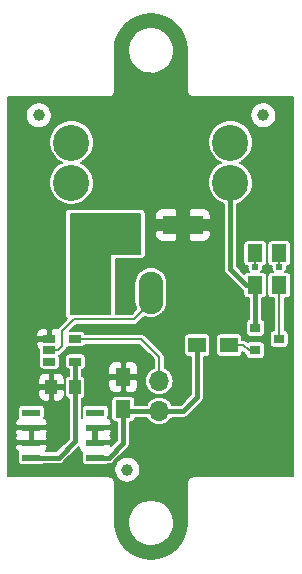
<source format=gbl>
G04 #@! TF.FileFunction,Copper,L2,Bot,Signal*
%FSLAX46Y46*%
G04 Gerber Fmt 4.6, Leading zero omitted, Abs format (unit mm)*
G04 Created by KiCad (PCBNEW 4.0.7-e2-6376~61~ubuntu18.04.1) date Thu Dec  5 21:11:01 2019*
%MOMM*%
%LPD*%
G01*
G04 APERTURE LIST*
%ADD10C,0.100000*%
%ADD11C,1.000000*%
%ADD12R,3.500000X1.600000*%
%ADD13R,1.000000X1.250000*%
%ADD14R,1.700000X1.700000*%
%ADD15O,1.700000X1.700000*%
%ADD16R,0.900000X0.800000*%
%ADD17R,1.550000X0.600000*%
%ADD18R,1.060000X0.650000*%
%ADD19C,3.048000*%
%ADD20R,2.080000X3.600000*%
%ADD21O,2.080000X3.600000*%
%ADD22R,1.300000X1.500000*%
%ADD23R,1.500000X1.300000*%
%ADD24C,0.609600*%
%ADD25C,0.406400*%
%ADD26C,0.203200*%
G04 APERTURE END LIST*
D10*
D11*
X10500000Y-39000000D03*
X22000000Y-9000000D03*
X3000000Y-9000000D03*
D12*
X9800000Y-18288000D03*
X15200000Y-18288000D03*
D13*
X6080000Y-32004000D03*
X4080000Y-32004000D03*
D14*
X13208000Y-36580000D03*
D15*
X13208000Y-34040000D03*
X13208000Y-31500000D03*
D16*
X21352000Y-28890000D03*
X21352000Y-26990000D03*
X23352000Y-27940000D03*
D17*
X2380000Y-37973000D03*
X2380000Y-36703000D03*
X2380000Y-35433000D03*
X2380000Y-34163000D03*
X7780000Y-34163000D03*
X7780000Y-35433000D03*
X7780000Y-36703000D03*
X7780000Y-37973000D03*
D18*
X3896000Y-29840000D03*
X3896000Y-28890000D03*
X3896000Y-27940000D03*
X6096000Y-27940000D03*
X6096000Y-29840000D03*
D19*
X5769000Y-11298200D03*
X5769000Y-14701800D03*
X19231000Y-11298200D03*
X19231000Y-14701800D03*
D20*
X17580000Y-24000000D03*
D21*
X12500000Y-24000000D03*
X7420000Y-24000000D03*
D22*
X21336000Y-23368000D03*
X21336000Y-20668000D03*
X23368000Y-23368000D03*
X23368000Y-20668000D03*
D23*
X16430000Y-28448000D03*
X19130000Y-28448000D03*
D22*
X10160000Y-33862000D03*
X10160000Y-31162000D03*
D24*
X21336000Y-21844000D03*
X23368000Y-21844000D03*
D25*
X19231000Y-14701800D02*
X19231000Y-22021379D01*
X19231000Y-22021379D02*
X20577621Y-23368000D01*
X20577621Y-23368000D02*
X21336000Y-23368000D01*
X21352000Y-26990000D02*
X21352000Y-23384000D01*
X21352000Y-23384000D02*
X21336000Y-23368000D01*
X6080000Y-32004000D02*
X6080000Y-29856000D01*
X6080000Y-29856000D02*
X6096000Y-29840000D01*
X4699000Y-37973000D02*
X6080000Y-36592000D01*
X6080000Y-36592000D02*
X6080000Y-32004000D01*
X2380000Y-37973000D02*
X4699000Y-37973000D01*
D26*
X21336000Y-21844000D02*
X21336000Y-20668000D01*
X23368000Y-21844000D02*
X23368000Y-20668000D01*
X12500000Y-24000000D02*
X12500000Y-24832108D01*
X12500000Y-24832108D02*
X11055541Y-26276567D01*
X11055541Y-26276567D02*
X6000998Y-26276567D01*
X6000998Y-26276567D02*
X4995865Y-27281700D01*
X4995865Y-27281700D02*
X4995865Y-28532135D01*
X4995865Y-28532135D02*
X4638000Y-28890000D01*
X4638000Y-28890000D02*
X3896000Y-28890000D01*
D25*
X13208000Y-34040000D02*
X10338000Y-34040000D01*
X10338000Y-34040000D02*
X10160000Y-33862000D01*
X7780000Y-37973000D02*
X8915556Y-37973000D01*
X8915556Y-37973000D02*
X10160000Y-36728556D01*
X10160000Y-36728556D02*
X10160000Y-33862000D01*
X15236000Y-34040000D02*
X16430000Y-32846000D01*
X16430000Y-32846000D02*
X16430000Y-28448000D01*
X13208000Y-34040000D02*
X15236000Y-34040000D01*
D26*
X6096000Y-27940000D02*
X11695698Y-27940000D01*
X11695698Y-27940000D02*
X13208000Y-29452302D01*
X13208000Y-29452302D02*
X13208000Y-31500000D01*
X20320000Y-28448000D02*
X20762000Y-28890000D01*
X20762000Y-28890000D02*
X21352000Y-28890000D01*
X19130000Y-28448000D02*
X20320000Y-28448000D01*
X23352000Y-27940000D02*
X23352000Y-23384000D01*
X23352000Y-23384000D02*
X23368000Y-23368000D01*
G36*
X13074761Y-486996D02*
X13649047Y-656018D01*
X14179557Y-933362D01*
X14646101Y-1308472D01*
X15030899Y-1767056D01*
X15319296Y-2291647D01*
X15500308Y-2862269D01*
X15569226Y-3476694D01*
X15569400Y-3501571D01*
X15569400Y-7000000D01*
X15573348Y-7040268D01*
X15577027Y-7080686D01*
X15577454Y-7082136D01*
X15577601Y-7083637D01*
X15589320Y-7122454D01*
X15600755Y-7161306D01*
X15601453Y-7162641D01*
X15601890Y-7164089D01*
X15620919Y-7199878D01*
X15639689Y-7235781D01*
X15640637Y-7236960D01*
X15641344Y-7238290D01*
X15666911Y-7269638D01*
X15692348Y-7301275D01*
X15693506Y-7302247D01*
X15694459Y-7303415D01*
X15725643Y-7329213D01*
X15756725Y-7355294D01*
X15758049Y-7356022D01*
X15759212Y-7356984D01*
X15794828Y-7376241D01*
X15830369Y-7395780D01*
X15831810Y-7396237D01*
X15833136Y-7396954D01*
X15871821Y-7408929D01*
X15910473Y-7421190D01*
X15911973Y-7421358D01*
X15913416Y-7421805D01*
X15953767Y-7426046D01*
X15993988Y-7430558D01*
X15996882Y-7430578D01*
X15996994Y-7430590D01*
X15997106Y-7430580D01*
X16000000Y-7430600D01*
X24569400Y-7430600D01*
X24569400Y-39569400D01*
X16000000Y-39569400D01*
X15959732Y-39573348D01*
X15919314Y-39577027D01*
X15917864Y-39577454D01*
X15916363Y-39577601D01*
X15877546Y-39589320D01*
X15838694Y-39600755D01*
X15837359Y-39601453D01*
X15835911Y-39601890D01*
X15800122Y-39620919D01*
X15764219Y-39639689D01*
X15763040Y-39640637D01*
X15761710Y-39641344D01*
X15730362Y-39666911D01*
X15698725Y-39692348D01*
X15697753Y-39693506D01*
X15696585Y-39694459D01*
X15670787Y-39725643D01*
X15644706Y-39756725D01*
X15643978Y-39758049D01*
X15643016Y-39759212D01*
X15623759Y-39794828D01*
X15604220Y-39830369D01*
X15603763Y-39831810D01*
X15603046Y-39833136D01*
X15591071Y-39871821D01*
X15578810Y-39910473D01*
X15578642Y-39911973D01*
X15578195Y-39913416D01*
X15573954Y-39953767D01*
X15569442Y-39993988D01*
X15569422Y-39996882D01*
X15569410Y-39996994D01*
X15569420Y-39997106D01*
X15569400Y-40000000D01*
X15569400Y-43478939D01*
X15508918Y-44095781D01*
X15335891Y-44668873D01*
X15054848Y-45197436D01*
X14676491Y-45661350D01*
X14215231Y-46042937D01*
X13688640Y-46327663D01*
X13116772Y-46504685D01*
X12521415Y-46567261D01*
X11925239Y-46513004D01*
X11350953Y-46343982D01*
X10820443Y-46066638D01*
X10353899Y-45691527D01*
X9969101Y-45232944D01*
X9680703Y-44708351D01*
X9499692Y-44137733D01*
X9446604Y-43664432D01*
X10541830Y-43664432D01*
X10611061Y-44041644D01*
X10752242Y-44398226D01*
X10959994Y-44720594D01*
X11226404Y-44996470D01*
X11541326Y-45215346D01*
X11892762Y-45368885D01*
X12267329Y-45451239D01*
X12650758Y-45459270D01*
X13028444Y-45392674D01*
X13386002Y-45253986D01*
X13709813Y-45048490D01*
X13987542Y-44784012D01*
X14208611Y-44470626D01*
X14364600Y-44120270D01*
X14449567Y-43746288D01*
X14455684Y-43308244D01*
X14381192Y-42932035D01*
X14235047Y-42577459D01*
X14022814Y-42258023D01*
X13752578Y-41985894D01*
X13434631Y-41771436D01*
X13081085Y-41622819D01*
X12705405Y-41545703D01*
X12321901Y-41543025D01*
X11945182Y-41614889D01*
X11589595Y-41758555D01*
X11268685Y-41968553D01*
X10994675Y-42236882D01*
X10778003Y-42553324D01*
X10626921Y-42905824D01*
X10547184Y-43280957D01*
X10541830Y-43664432D01*
X9446604Y-43664432D01*
X9430774Y-43523306D01*
X9430600Y-43498428D01*
X9430600Y-40000000D01*
X9426652Y-39959732D01*
X9422973Y-39919314D01*
X9422546Y-39917864D01*
X9422399Y-39916363D01*
X9410680Y-39877546D01*
X9399245Y-39838694D01*
X9398547Y-39837359D01*
X9398110Y-39835911D01*
X9379081Y-39800122D01*
X9360311Y-39764219D01*
X9359363Y-39763040D01*
X9358656Y-39761710D01*
X9333089Y-39730362D01*
X9307652Y-39698725D01*
X9306494Y-39697753D01*
X9305541Y-39696585D01*
X9274357Y-39670787D01*
X9243275Y-39644706D01*
X9241951Y-39643978D01*
X9240788Y-39643016D01*
X9205172Y-39623759D01*
X9169631Y-39604220D01*
X9168190Y-39603763D01*
X9166864Y-39603046D01*
X9128179Y-39591071D01*
X9089527Y-39578810D01*
X9088027Y-39578642D01*
X9086584Y-39578195D01*
X9046233Y-39573954D01*
X9006012Y-39569442D01*
X9003118Y-39569422D01*
X9003006Y-39569410D01*
X9002894Y-39569420D01*
X9000000Y-39569400D01*
X430600Y-39569400D01*
X430600Y-39092626D01*
X9396952Y-39092626D01*
X9435951Y-39305111D01*
X9515478Y-39505975D01*
X9632506Y-39687567D01*
X9782577Y-39842970D01*
X9959974Y-39966264D01*
X10157940Y-40052753D01*
X10368935Y-40099143D01*
X10584923Y-40103668D01*
X10797675Y-40066154D01*
X10999090Y-39988030D01*
X11181494Y-39872273D01*
X11337941Y-39723291D01*
X11462470Y-39546759D01*
X11550339Y-39349401D01*
X11598202Y-39138735D01*
X11601647Y-38891983D01*
X11559686Y-38680062D01*
X11477361Y-38480328D01*
X11357809Y-38300388D01*
X11205584Y-38147096D01*
X11026483Y-38026291D01*
X10827328Y-37942574D01*
X10615706Y-37899134D01*
X10399676Y-37897626D01*
X10187468Y-37938107D01*
X9987164Y-38019035D01*
X9806393Y-38137327D01*
X9652042Y-38288479D01*
X9529990Y-38466732D01*
X9444885Y-38665298D01*
X9399968Y-38876612D01*
X9396952Y-39092626D01*
X430600Y-39092626D01*
X430600Y-37005400D01*
X995400Y-37005400D01*
X995400Y-37063041D01*
X1018827Y-37180814D01*
X1064780Y-37291754D01*
X1131493Y-37391598D01*
X1216403Y-37476507D01*
X1284897Y-37522274D01*
X1261827Y-37573453D01*
X1247680Y-37673000D01*
X1247680Y-38273000D01*
X1252196Y-38329628D01*
X1281940Y-38425675D01*
X1337264Y-38509633D01*
X1413788Y-38574854D01*
X1505453Y-38616173D01*
X1605000Y-38630320D01*
X3155000Y-38630320D01*
X3211628Y-38625804D01*
X3307675Y-38596060D01*
X3391633Y-38540736D01*
X3399249Y-38531800D01*
X4699000Y-38531800D01*
X4750414Y-38526759D01*
X4801791Y-38522264D01*
X4804610Y-38521445D01*
X4807538Y-38521158D01*
X4856970Y-38506233D01*
X4906520Y-38491838D01*
X4909130Y-38490485D01*
X4911942Y-38489636D01*
X4957497Y-38465414D01*
X5003344Y-38441649D01*
X5005641Y-38439815D01*
X5008235Y-38438436D01*
X5048220Y-38405825D01*
X5088576Y-38373610D01*
X5092663Y-38369579D01*
X5092750Y-38369508D01*
X5092817Y-38369427D01*
X5094131Y-38368131D01*
X6396034Y-37066228D01*
X6418827Y-37180814D01*
X6464780Y-37291754D01*
X6531493Y-37391598D01*
X6616403Y-37476507D01*
X6684897Y-37522274D01*
X6661827Y-37573453D01*
X6647680Y-37673000D01*
X6647680Y-38273000D01*
X6652196Y-38329628D01*
X6681940Y-38425675D01*
X6737264Y-38509633D01*
X6813788Y-38574854D01*
X6905453Y-38616173D01*
X7005000Y-38630320D01*
X8555000Y-38630320D01*
X8611628Y-38625804D01*
X8707675Y-38596060D01*
X8791633Y-38540736D01*
X8799249Y-38531800D01*
X8915556Y-38531800D01*
X8966970Y-38526759D01*
X9018347Y-38522264D01*
X9021166Y-38521445D01*
X9024094Y-38521158D01*
X9073526Y-38506233D01*
X9123076Y-38491838D01*
X9125686Y-38490485D01*
X9128498Y-38489636D01*
X9174053Y-38465414D01*
X9219900Y-38441649D01*
X9222197Y-38439815D01*
X9224791Y-38438436D01*
X9264776Y-38405825D01*
X9305132Y-38373610D01*
X9309219Y-38369579D01*
X9309306Y-38369508D01*
X9309373Y-38369427D01*
X9310687Y-38368131D01*
X10555132Y-37123687D01*
X10587909Y-37083783D01*
X10621073Y-37044260D01*
X10622489Y-37041685D01*
X10624354Y-37039414D01*
X10648740Y-36993934D01*
X10673613Y-36948691D01*
X10674502Y-36945889D01*
X10675890Y-36943300D01*
X10690967Y-36893984D01*
X10706589Y-36844737D01*
X10706917Y-36841812D01*
X10707775Y-36839006D01*
X10712987Y-36787698D01*
X10718746Y-36736358D01*
X10718786Y-36730617D01*
X10718797Y-36730506D01*
X10718787Y-36730403D01*
X10718800Y-36728556D01*
X10718800Y-34969320D01*
X10810000Y-34969320D01*
X10866628Y-34964804D01*
X10962675Y-34935060D01*
X11046633Y-34879736D01*
X11111854Y-34803212D01*
X11153173Y-34711547D01*
X11167320Y-34612000D01*
X11167320Y-34598800D01*
X12140383Y-34598800D01*
X12193364Y-34700142D01*
X12340799Y-34883514D01*
X12521043Y-35034757D01*
X12727231Y-35148110D01*
X12951509Y-35219255D01*
X13185334Y-35245482D01*
X13202167Y-35245600D01*
X13213833Y-35245600D01*
X13448002Y-35222640D01*
X13673251Y-35154633D01*
X13881002Y-35044170D01*
X14063340Y-34895458D01*
X14213321Y-34714163D01*
X14275697Y-34598800D01*
X15236000Y-34598800D01*
X15287414Y-34593759D01*
X15338791Y-34589264D01*
X15341610Y-34588445D01*
X15344538Y-34588158D01*
X15393970Y-34573233D01*
X15443520Y-34558838D01*
X15446130Y-34557485D01*
X15448942Y-34556636D01*
X15494497Y-34532414D01*
X15540344Y-34508649D01*
X15542641Y-34506815D01*
X15545235Y-34505436D01*
X15585220Y-34472825D01*
X15625576Y-34440610D01*
X15629663Y-34436579D01*
X15629750Y-34436508D01*
X15629817Y-34436427D01*
X15631131Y-34435131D01*
X16825131Y-33241131D01*
X16857884Y-33201257D01*
X16891073Y-33161704D01*
X16892489Y-33159129D01*
X16894354Y-33156858D01*
X16918740Y-33111378D01*
X16943613Y-33066135D01*
X16944502Y-33063333D01*
X16945890Y-33060744D01*
X16960971Y-33011416D01*
X16976589Y-32962181D01*
X16976917Y-32959258D01*
X16977775Y-32956451D01*
X16982988Y-32905137D01*
X16988746Y-32853802D01*
X16988786Y-32848061D01*
X16988797Y-32847950D01*
X16988787Y-32847847D01*
X16988800Y-32846000D01*
X16988800Y-29455320D01*
X17180000Y-29455320D01*
X17236628Y-29450804D01*
X17332675Y-29421060D01*
X17416633Y-29365736D01*
X17481854Y-29289212D01*
X17523173Y-29197547D01*
X17537320Y-29098000D01*
X17537320Y-27798000D01*
X18022680Y-27798000D01*
X18022680Y-29098000D01*
X18027196Y-29154628D01*
X18056940Y-29250675D01*
X18112264Y-29334633D01*
X18188788Y-29399854D01*
X18280453Y-29441173D01*
X18380000Y-29455320D01*
X19880000Y-29455320D01*
X19936628Y-29450804D01*
X20032675Y-29421060D01*
X20116633Y-29365736D01*
X20181854Y-29289212D01*
X20223173Y-29197547D01*
X20237320Y-29098000D01*
X20237320Y-29011898D01*
X20438711Y-29213289D01*
X20471339Y-29240091D01*
X20503697Y-29267242D01*
X20505803Y-29268400D01*
X20507661Y-29269926D01*
X20544680Y-29289775D01*
X20544680Y-29290000D01*
X20549196Y-29346628D01*
X20578940Y-29442675D01*
X20634264Y-29526633D01*
X20710788Y-29591854D01*
X20802453Y-29633173D01*
X20902000Y-29647320D01*
X21802000Y-29647320D01*
X21858628Y-29642804D01*
X21954675Y-29613060D01*
X22038633Y-29557736D01*
X22103854Y-29481212D01*
X22145173Y-29389547D01*
X22159320Y-29290000D01*
X22159320Y-28490000D01*
X22154804Y-28433372D01*
X22125060Y-28337325D01*
X22069736Y-28253367D01*
X21993212Y-28188146D01*
X21901547Y-28146827D01*
X21802000Y-28132680D01*
X20902000Y-28132680D01*
X20845372Y-28137196D01*
X20749325Y-28166940D01*
X20710863Y-28192285D01*
X20643289Y-28124711D01*
X20610661Y-28097909D01*
X20578303Y-28070758D01*
X20576197Y-28069600D01*
X20574339Y-28068074D01*
X20537144Y-28048130D01*
X20500110Y-28027771D01*
X20497815Y-28027043D01*
X20495700Y-28025909D01*
X20455303Y-28013558D01*
X20415057Y-28000791D01*
X20412674Y-28000524D01*
X20410369Y-27999819D01*
X20368243Y-27995540D01*
X20326384Y-27990845D01*
X20321694Y-27990812D01*
X20321596Y-27990802D01*
X20321505Y-27990811D01*
X20320000Y-27990800D01*
X20237320Y-27990800D01*
X20237320Y-27798000D01*
X20232804Y-27741372D01*
X20203060Y-27645325D01*
X20147736Y-27561367D01*
X20071212Y-27496146D01*
X19979547Y-27454827D01*
X19880000Y-27440680D01*
X18380000Y-27440680D01*
X18323372Y-27445196D01*
X18227325Y-27474940D01*
X18143367Y-27530264D01*
X18078146Y-27606788D01*
X18036827Y-27698453D01*
X18022680Y-27798000D01*
X17537320Y-27798000D01*
X17532804Y-27741372D01*
X17503060Y-27645325D01*
X17447736Y-27561367D01*
X17371212Y-27496146D01*
X17279547Y-27454827D01*
X17180000Y-27440680D01*
X15680000Y-27440680D01*
X15623372Y-27445196D01*
X15527325Y-27474940D01*
X15443367Y-27530264D01*
X15378146Y-27606788D01*
X15336827Y-27698453D01*
X15322680Y-27798000D01*
X15322680Y-29098000D01*
X15327196Y-29154628D01*
X15356940Y-29250675D01*
X15412264Y-29334633D01*
X15488788Y-29399854D01*
X15580453Y-29441173D01*
X15680000Y-29455320D01*
X15871200Y-29455320D01*
X15871200Y-32614538D01*
X15004538Y-33481200D01*
X14275617Y-33481200D01*
X14222636Y-33379858D01*
X14075201Y-33196486D01*
X13894957Y-33045243D01*
X13688769Y-32931890D01*
X13464491Y-32860745D01*
X13230666Y-32834518D01*
X13213833Y-32834400D01*
X13202167Y-32834400D01*
X12967998Y-32857360D01*
X12742749Y-32925367D01*
X12534998Y-33035830D01*
X12352660Y-33184542D01*
X12202679Y-33365837D01*
X12140303Y-33481200D01*
X11167320Y-33481200D01*
X11167320Y-33112000D01*
X11162804Y-33055372D01*
X11133060Y-32959325D01*
X11077736Y-32875367D01*
X11001212Y-32810146D01*
X10909547Y-32768827D01*
X10810000Y-32754680D01*
X9510000Y-32754680D01*
X9453372Y-32759196D01*
X9357325Y-32788940D01*
X9273367Y-32844264D01*
X9208146Y-32920788D01*
X9166827Y-33012453D01*
X9152680Y-33112000D01*
X9152680Y-34612000D01*
X9157196Y-34668628D01*
X9186940Y-34764675D01*
X9242264Y-34848633D01*
X9318788Y-34913854D01*
X9410453Y-34955173D01*
X9510000Y-34969320D01*
X9601200Y-34969320D01*
X9601200Y-36497093D01*
X9128747Y-36969547D01*
X9012200Y-36853000D01*
X7932400Y-36853000D01*
X7932400Y-36875400D01*
X7627600Y-36875400D01*
X7627600Y-36853000D01*
X7607600Y-36853000D01*
X7607600Y-36553000D01*
X7627600Y-36553000D01*
X7627600Y-35583000D01*
X7932400Y-35583000D01*
X7932400Y-36553000D01*
X9012200Y-36553000D01*
X9164600Y-36400600D01*
X9164600Y-36342959D01*
X9141173Y-36225186D01*
X9095220Y-36114246D01*
X9064320Y-36068000D01*
X9095220Y-36021754D01*
X9141173Y-35910814D01*
X9164600Y-35793041D01*
X9164600Y-35735400D01*
X9012200Y-35583000D01*
X7932400Y-35583000D01*
X7627600Y-35583000D01*
X7607600Y-35583000D01*
X7607600Y-35283000D01*
X7627600Y-35283000D01*
X7627600Y-35260600D01*
X7932400Y-35260600D01*
X7932400Y-35283000D01*
X9012200Y-35283000D01*
X9164600Y-35130600D01*
X9164600Y-35072959D01*
X9141173Y-34955186D01*
X9095220Y-34844246D01*
X9028507Y-34744402D01*
X8943597Y-34659493D01*
X8875103Y-34613726D01*
X8898173Y-34562547D01*
X8912320Y-34463000D01*
X8912320Y-33863000D01*
X8907804Y-33806372D01*
X8878060Y-33710325D01*
X8822736Y-33626367D01*
X8746212Y-33561146D01*
X8654547Y-33519827D01*
X8555000Y-33505680D01*
X7005000Y-33505680D01*
X6948372Y-33510196D01*
X6852325Y-33539940D01*
X6768367Y-33595264D01*
X6703146Y-33671788D01*
X6661827Y-33763453D01*
X6647680Y-33863000D01*
X6647680Y-34463000D01*
X6652196Y-34519628D01*
X6681940Y-34615675D01*
X6681952Y-34615694D01*
X6638800Y-34644528D01*
X6638800Y-32981131D01*
X6732675Y-32952060D01*
X6816633Y-32896736D01*
X6881854Y-32820212D01*
X6923173Y-32728547D01*
X6937320Y-32629000D01*
X6937320Y-31466800D01*
X8900400Y-31466800D01*
X8900400Y-31972040D01*
X8923827Y-32089813D01*
X8969779Y-32200754D01*
X9036493Y-32300597D01*
X9121402Y-32385507D01*
X9221246Y-32452220D01*
X9332186Y-32498173D01*
X9449959Y-32521600D01*
X9855200Y-32521600D01*
X10007600Y-32369200D01*
X10007600Y-31314400D01*
X10312400Y-31314400D01*
X10312400Y-32369200D01*
X10464800Y-32521600D01*
X10870041Y-32521600D01*
X10987814Y-32498173D01*
X11098754Y-32452220D01*
X11198598Y-32385507D01*
X11283507Y-32300597D01*
X11350221Y-32200754D01*
X11396173Y-32089813D01*
X11419600Y-31972040D01*
X11419600Y-31466800D01*
X11267200Y-31314400D01*
X10312400Y-31314400D01*
X10007600Y-31314400D01*
X9052800Y-31314400D01*
X8900400Y-31466800D01*
X6937320Y-31466800D01*
X6937320Y-31379000D01*
X6932804Y-31322372D01*
X6903060Y-31226325D01*
X6847736Y-31142367D01*
X6771212Y-31077146D01*
X6679547Y-31035827D01*
X6638800Y-31030036D01*
X6638800Y-30521299D01*
X6682628Y-30517804D01*
X6778675Y-30488060D01*
X6862633Y-30432736D01*
X6927854Y-30356212D01*
X6929770Y-30351960D01*
X8900400Y-30351960D01*
X8900400Y-30857200D01*
X9052800Y-31009600D01*
X10007600Y-31009600D01*
X10007600Y-29954800D01*
X10312400Y-29954800D01*
X10312400Y-31009600D01*
X11267200Y-31009600D01*
X11419600Y-30857200D01*
X11419600Y-30351960D01*
X11396173Y-30234187D01*
X11350221Y-30123246D01*
X11283507Y-30023403D01*
X11198598Y-29938493D01*
X11098754Y-29871780D01*
X10987814Y-29825827D01*
X10870041Y-29802400D01*
X10464800Y-29802400D01*
X10312400Y-29954800D01*
X10007600Y-29954800D01*
X9855200Y-29802400D01*
X9449959Y-29802400D01*
X9332186Y-29825827D01*
X9221246Y-29871780D01*
X9121402Y-29938493D01*
X9036493Y-30023403D01*
X8969779Y-30123246D01*
X8923827Y-30234187D01*
X8900400Y-30351960D01*
X6929770Y-30351960D01*
X6969173Y-30264547D01*
X6983320Y-30165000D01*
X6983320Y-29515000D01*
X6978804Y-29458372D01*
X6949060Y-29362325D01*
X6893736Y-29278367D01*
X6817212Y-29213146D01*
X6725547Y-29171827D01*
X6626000Y-29157680D01*
X5566000Y-29157680D01*
X5509372Y-29162196D01*
X5413325Y-29191940D01*
X5329367Y-29247264D01*
X5264146Y-29323788D01*
X5222827Y-29415453D01*
X5208680Y-29515000D01*
X5208680Y-30165000D01*
X5213196Y-30221628D01*
X5242940Y-30317675D01*
X5298264Y-30401633D01*
X5374788Y-30466854D01*
X5466453Y-30508173D01*
X5521200Y-30515953D01*
X5521200Y-31026869D01*
X5427325Y-31055940D01*
X5343367Y-31111264D01*
X5278146Y-31187788D01*
X5236827Y-31279453D01*
X5222680Y-31379000D01*
X5222680Y-32629000D01*
X5227196Y-32685628D01*
X5256940Y-32781675D01*
X5312264Y-32865633D01*
X5388788Y-32930854D01*
X5480453Y-32972173D01*
X5521200Y-32977964D01*
X5521200Y-36360538D01*
X4467538Y-37414200D01*
X3605905Y-37414200D01*
X3628507Y-37391598D01*
X3695220Y-37291754D01*
X3741173Y-37180814D01*
X3764600Y-37063041D01*
X3764600Y-37005400D01*
X3612200Y-36853000D01*
X2532400Y-36853000D01*
X2532400Y-36875400D01*
X2227600Y-36875400D01*
X2227600Y-36853000D01*
X1147800Y-36853000D01*
X995400Y-37005400D01*
X430600Y-37005400D01*
X430600Y-35735400D01*
X995400Y-35735400D01*
X995400Y-35793041D01*
X1018827Y-35910814D01*
X1064780Y-36021754D01*
X1095680Y-36068000D01*
X1064780Y-36114246D01*
X1018827Y-36225186D01*
X995400Y-36342959D01*
X995400Y-36400600D01*
X1147800Y-36553000D01*
X2227600Y-36553000D01*
X2227600Y-35583000D01*
X2532400Y-35583000D01*
X2532400Y-36553000D01*
X3612200Y-36553000D01*
X3764600Y-36400600D01*
X3764600Y-36342959D01*
X3741173Y-36225186D01*
X3695220Y-36114246D01*
X3664320Y-36068000D01*
X3695220Y-36021754D01*
X3741173Y-35910814D01*
X3764600Y-35793041D01*
X3764600Y-35735400D01*
X3612200Y-35583000D01*
X2532400Y-35583000D01*
X2227600Y-35583000D01*
X1147800Y-35583000D01*
X995400Y-35735400D01*
X430600Y-35735400D01*
X430600Y-35072959D01*
X995400Y-35072959D01*
X995400Y-35130600D01*
X1147800Y-35283000D01*
X2227600Y-35283000D01*
X2227600Y-35260600D01*
X2532400Y-35260600D01*
X2532400Y-35283000D01*
X3612200Y-35283000D01*
X3764600Y-35130600D01*
X3764600Y-35072959D01*
X3741173Y-34955186D01*
X3695220Y-34844246D01*
X3628507Y-34744402D01*
X3543597Y-34659493D01*
X3475103Y-34613726D01*
X3498173Y-34562547D01*
X3512320Y-34463000D01*
X3512320Y-33863000D01*
X3507804Y-33806372D01*
X3478060Y-33710325D01*
X3422736Y-33626367D01*
X3346212Y-33561146D01*
X3254547Y-33519827D01*
X3155000Y-33505680D01*
X1605000Y-33505680D01*
X1548372Y-33510196D01*
X1452325Y-33539940D01*
X1368367Y-33595264D01*
X1303146Y-33671788D01*
X1261827Y-33763453D01*
X1247680Y-33863000D01*
X1247680Y-34463000D01*
X1252196Y-34519628D01*
X1281940Y-34615675D01*
X1281952Y-34615694D01*
X1216403Y-34659493D01*
X1131493Y-34744402D01*
X1064780Y-34844246D01*
X1018827Y-34955186D01*
X995400Y-35072959D01*
X430600Y-35072959D01*
X430600Y-32308800D01*
X2970400Y-32308800D01*
X2970400Y-32689041D01*
X2993827Y-32806814D01*
X3039780Y-32917754D01*
X3106493Y-33017598D01*
X3191403Y-33102507D01*
X3291246Y-33169221D01*
X3402187Y-33215173D01*
X3519960Y-33238600D01*
X3775200Y-33238600D01*
X3927600Y-33086200D01*
X3927600Y-32156400D01*
X4232400Y-32156400D01*
X4232400Y-33086200D01*
X4384800Y-33238600D01*
X4640040Y-33238600D01*
X4757813Y-33215173D01*
X4868754Y-33169221D01*
X4968597Y-33102507D01*
X5053507Y-33017598D01*
X5120220Y-32917754D01*
X5166173Y-32806814D01*
X5189600Y-32689041D01*
X5189600Y-32308800D01*
X5037200Y-32156400D01*
X4232400Y-32156400D01*
X3927600Y-32156400D01*
X3122800Y-32156400D01*
X2970400Y-32308800D01*
X430600Y-32308800D01*
X430600Y-31318959D01*
X2970400Y-31318959D01*
X2970400Y-31699200D01*
X3122800Y-31851600D01*
X3927600Y-31851600D01*
X3927600Y-30921800D01*
X4232400Y-30921800D01*
X4232400Y-31851600D01*
X5037200Y-31851600D01*
X5189600Y-31699200D01*
X5189600Y-31318959D01*
X5166173Y-31201186D01*
X5120220Y-31090246D01*
X5053507Y-30990402D01*
X4968597Y-30905493D01*
X4868754Y-30838779D01*
X4757813Y-30792827D01*
X4640040Y-30769400D01*
X4384800Y-30769400D01*
X4232400Y-30921800D01*
X3927600Y-30921800D01*
X3775200Y-30769400D01*
X3519960Y-30769400D01*
X3402187Y-30792827D01*
X3291246Y-30838779D01*
X3191403Y-30905493D01*
X3106493Y-30990402D01*
X3039780Y-31090246D01*
X2993827Y-31201186D01*
X2970400Y-31318959D01*
X430600Y-31318959D01*
X430600Y-28244800D01*
X2756400Y-28244800D01*
X2756400Y-28325041D01*
X2779827Y-28442814D01*
X2825780Y-28553754D01*
X2892493Y-28653598D01*
X2977403Y-28738507D01*
X3008680Y-28759406D01*
X3008680Y-29215000D01*
X3013196Y-29271628D01*
X3042940Y-29367675D01*
X3043785Y-29368958D01*
X3022827Y-29415453D01*
X3008680Y-29515000D01*
X3008680Y-30165000D01*
X3013196Y-30221628D01*
X3042940Y-30317675D01*
X3098264Y-30401633D01*
X3174788Y-30466854D01*
X3266453Y-30508173D01*
X3366000Y-30522320D01*
X4426000Y-30522320D01*
X4482628Y-30517804D01*
X4578675Y-30488060D01*
X4662633Y-30432736D01*
X4727854Y-30356212D01*
X4769173Y-30264547D01*
X4783320Y-30165000D01*
X4783320Y-29515000D01*
X4778804Y-29458372D01*
X4749060Y-29362325D01*
X4748215Y-29361042D01*
X4763353Y-29327458D01*
X4767200Y-29326296D01*
X4807790Y-29314504D01*
X4809929Y-29313395D01*
X4812225Y-29312702D01*
X4849496Y-29292885D01*
X4887009Y-29273440D01*
X4888885Y-29271942D01*
X4891011Y-29270812D01*
X4923784Y-29244083D01*
X4956743Y-29217772D01*
X4960085Y-29214477D01*
X4960159Y-29214416D01*
X4960216Y-29214347D01*
X4961289Y-29213289D01*
X5319155Y-28855424D01*
X5345985Y-28822761D01*
X5373107Y-28790438D01*
X5374264Y-28788333D01*
X5375792Y-28786473D01*
X5395734Y-28749279D01*
X5416094Y-28712245D01*
X5416823Y-28709948D01*
X5417956Y-28707834D01*
X5430303Y-28667452D01*
X5443074Y-28627192D01*
X5443341Y-28624809D01*
X5444046Y-28622504D01*
X5446419Y-28599142D01*
X5466453Y-28608173D01*
X5566000Y-28622320D01*
X6626000Y-28622320D01*
X6682628Y-28617804D01*
X6778675Y-28588060D01*
X6862633Y-28532736D01*
X6927854Y-28456212D01*
X6954454Y-28397200D01*
X11506320Y-28397200D01*
X12750800Y-29641680D01*
X12750800Y-30382936D01*
X12742749Y-30385367D01*
X12534998Y-30495830D01*
X12352660Y-30644542D01*
X12202679Y-30825837D01*
X12090769Y-31032811D01*
X12021191Y-31257580D01*
X11996596Y-31491583D01*
X12017921Y-31725907D01*
X12084354Y-31951626D01*
X12193364Y-32160142D01*
X12340799Y-32343514D01*
X12521043Y-32494757D01*
X12727231Y-32608110D01*
X12951509Y-32679255D01*
X13185334Y-32705482D01*
X13202167Y-32705600D01*
X13213833Y-32705600D01*
X13448002Y-32682640D01*
X13673251Y-32614633D01*
X13881002Y-32504170D01*
X14063340Y-32355458D01*
X14213321Y-32174163D01*
X14325231Y-31967189D01*
X14394809Y-31742420D01*
X14419404Y-31508417D01*
X14398079Y-31274093D01*
X14331646Y-31048374D01*
X14222636Y-30839858D01*
X14075201Y-30656486D01*
X13894957Y-30505243D01*
X13688769Y-30391890D01*
X13665200Y-30384413D01*
X13665200Y-29452302D01*
X13661078Y-29410259D01*
X13657398Y-29368199D01*
X13656728Y-29365892D01*
X13656493Y-29363498D01*
X13644296Y-29323102D01*
X13632504Y-29282512D01*
X13631395Y-29280373D01*
X13630702Y-29278077D01*
X13610885Y-29240806D01*
X13591440Y-29203293D01*
X13589942Y-29201417D01*
X13588812Y-29199291D01*
X13562083Y-29166518D01*
X13535772Y-29133559D01*
X13532477Y-29130217D01*
X13532416Y-29130143D01*
X13532347Y-29130086D01*
X13531289Y-29129013D01*
X12018987Y-27616711D01*
X11986359Y-27589909D01*
X11954001Y-27562758D01*
X11951895Y-27561600D01*
X11950037Y-27560074D01*
X11912842Y-27540130D01*
X11875808Y-27519771D01*
X11873513Y-27519043D01*
X11871398Y-27517909D01*
X11831001Y-27505558D01*
X11790755Y-27492791D01*
X11788372Y-27492524D01*
X11786067Y-27491819D01*
X11743941Y-27487540D01*
X11702082Y-27482845D01*
X11697392Y-27482812D01*
X11697294Y-27482802D01*
X11697203Y-27482811D01*
X11695698Y-27482800D01*
X6955401Y-27482800D01*
X6949060Y-27462325D01*
X6893736Y-27378367D01*
X6817212Y-27313146D01*
X6725547Y-27271827D01*
X6626000Y-27257680D01*
X5666463Y-27257680D01*
X6190376Y-26733767D01*
X11055541Y-26733767D01*
X11097584Y-26729645D01*
X11139644Y-26725965D01*
X11141951Y-26725295D01*
X11144345Y-26725060D01*
X11184741Y-26712863D01*
X11225331Y-26701071D01*
X11227470Y-26699962D01*
X11229766Y-26699269D01*
X11267037Y-26679452D01*
X11304550Y-26660007D01*
X11306426Y-26658509D01*
X11308552Y-26657379D01*
X11341325Y-26630650D01*
X11374284Y-26604339D01*
X11377626Y-26601044D01*
X11377700Y-26600983D01*
X11377757Y-26600914D01*
X11378830Y-26599856D01*
X11934857Y-26043829D01*
X11959183Y-26056982D01*
X12219376Y-26137525D01*
X12490257Y-26165996D01*
X12761509Y-26141310D01*
X13022801Y-26064408D01*
X13264179Y-25938218D01*
X13476450Y-25767548D01*
X13651528Y-25558898D01*
X13782745Y-25320215D01*
X13865103Y-25060592D01*
X13895464Y-24789916D01*
X13895600Y-24770430D01*
X13895600Y-23229570D01*
X13869021Y-22958497D01*
X13790296Y-22697748D01*
X13662425Y-22457257D01*
X13490277Y-22246182D01*
X13280410Y-22072565D01*
X13040817Y-21943018D01*
X12780624Y-21862475D01*
X12509743Y-21834004D01*
X12238491Y-21858690D01*
X11977199Y-21935592D01*
X11735821Y-22061782D01*
X11523550Y-22232452D01*
X11348472Y-22441102D01*
X11217255Y-22679785D01*
X11134897Y-22939408D01*
X11104536Y-23210084D01*
X11104400Y-23229570D01*
X11104400Y-24770430D01*
X11130979Y-25041503D01*
X11209704Y-25302252D01*
X11269957Y-25415572D01*
X10866163Y-25819367D01*
X9499600Y-25819367D01*
X9499600Y-21183600D01*
X11684000Y-21183600D01*
X11813245Y-21159281D01*
X11931950Y-21082897D01*
X12011584Y-20966348D01*
X12039600Y-20828000D01*
X12039600Y-18840400D01*
X12840400Y-18840400D01*
X12840400Y-19148041D01*
X12863827Y-19265814D01*
X12909780Y-19376754D01*
X12976493Y-19476598D01*
X13061403Y-19561507D01*
X13161246Y-19628221D01*
X13272187Y-19674173D01*
X13389960Y-19697600D01*
X14514200Y-19697600D01*
X14666600Y-19545200D01*
X14666600Y-18688000D01*
X15733400Y-18688000D01*
X15733400Y-19545200D01*
X15885800Y-19697600D01*
X17010040Y-19697600D01*
X17127813Y-19674173D01*
X17238754Y-19628221D01*
X17338597Y-19561507D01*
X17423507Y-19476598D01*
X17490220Y-19376754D01*
X17536173Y-19265814D01*
X17559600Y-19148041D01*
X17559600Y-18840400D01*
X17407200Y-18688000D01*
X15733400Y-18688000D01*
X14666600Y-18688000D01*
X12992800Y-18688000D01*
X12840400Y-18840400D01*
X12039600Y-18840400D01*
X12039600Y-17427959D01*
X12840400Y-17427959D01*
X12840400Y-17735600D01*
X12992800Y-17888000D01*
X14666600Y-17888000D01*
X14666600Y-17030800D01*
X15733400Y-17030800D01*
X15733400Y-17888000D01*
X17407200Y-17888000D01*
X17559600Y-17735600D01*
X17559600Y-17427959D01*
X17536173Y-17310186D01*
X17490220Y-17199246D01*
X17423507Y-17099402D01*
X17338597Y-17014493D01*
X17238754Y-16947779D01*
X17127813Y-16901827D01*
X17010040Y-16878400D01*
X15885800Y-16878400D01*
X15733400Y-17030800D01*
X14666600Y-17030800D01*
X14514200Y-16878400D01*
X13389960Y-16878400D01*
X13272187Y-16901827D01*
X13161246Y-16947779D01*
X13061403Y-17014493D01*
X12976493Y-17099402D01*
X12909780Y-17199246D01*
X12863827Y-17310186D01*
X12840400Y-17427959D01*
X12039600Y-17427959D01*
X12039600Y-17272000D01*
X12015281Y-17142755D01*
X11938897Y-17024050D01*
X11822348Y-16944416D01*
X11684000Y-16916400D01*
X5588000Y-16916400D01*
X5458755Y-16940719D01*
X5340050Y-17017103D01*
X5260416Y-17133652D01*
X5232400Y-17272000D01*
X5232400Y-25908000D01*
X5256719Y-26037245D01*
X5333103Y-26155950D01*
X5417424Y-26213563D01*
X4672576Y-26958411D01*
X4645774Y-26991039D01*
X4618623Y-27023397D01*
X4617465Y-27025503D01*
X4615939Y-27027361D01*
X4613092Y-27032670D01*
X4603813Y-27028827D01*
X4486040Y-27005400D01*
X4200800Y-27005400D01*
X4048400Y-27157800D01*
X4048400Y-27787600D01*
X4068400Y-27787600D01*
X4068400Y-28092400D01*
X4048400Y-28092400D01*
X4048400Y-28112400D01*
X3743600Y-28112400D01*
X3743600Y-28092400D01*
X2908800Y-28092400D01*
X2756400Y-28244800D01*
X430600Y-28244800D01*
X430600Y-27554959D01*
X2756400Y-27554959D01*
X2756400Y-27635200D01*
X2908800Y-27787600D01*
X3743600Y-27787600D01*
X3743600Y-27157800D01*
X3591200Y-27005400D01*
X3305960Y-27005400D01*
X3188187Y-27028827D01*
X3077246Y-27074779D01*
X2977403Y-27141493D01*
X2892493Y-27226402D01*
X2825780Y-27326246D01*
X2779827Y-27437186D01*
X2756400Y-27554959D01*
X430600Y-27554959D01*
X430600Y-11456242D01*
X3886929Y-11456242D01*
X3953470Y-11818795D01*
X4089164Y-12161519D01*
X4288842Y-12471359D01*
X4544899Y-12736514D01*
X4847582Y-12946884D01*
X4966371Y-12998782D01*
X4893975Y-13028032D01*
X4585537Y-13229868D01*
X4322176Y-13487770D01*
X4113924Y-13791914D01*
X3968714Y-14130715D01*
X3892075Y-14491269D01*
X3886929Y-14859842D01*
X3953470Y-15222395D01*
X4089164Y-15565119D01*
X4288842Y-15874959D01*
X4544899Y-16140114D01*
X4847582Y-16350484D01*
X5185361Y-16498056D01*
X5545371Y-16577209D01*
X5913899Y-16584929D01*
X6276908Y-16520920D01*
X6620570Y-16387622D01*
X6931797Y-16190112D01*
X7198733Y-15935912D01*
X7411211Y-15634706D01*
X7561137Y-15297965D01*
X7642802Y-14938516D01*
X7648681Y-14517496D01*
X7577085Y-14155907D01*
X7436619Y-13815111D01*
X7232634Y-13508089D01*
X6972900Y-13246535D01*
X6667309Y-13040412D01*
X6575109Y-13001655D01*
X6620570Y-12984022D01*
X6931797Y-12786512D01*
X7198733Y-12532312D01*
X7411211Y-12231106D01*
X7561137Y-11894365D01*
X7642802Y-11534916D01*
X7643900Y-11456242D01*
X17348929Y-11456242D01*
X17415470Y-11818795D01*
X17551164Y-12161519D01*
X17750842Y-12471359D01*
X18006899Y-12736514D01*
X18309582Y-12946884D01*
X18428371Y-12998782D01*
X18355975Y-13028032D01*
X18047537Y-13229868D01*
X17784176Y-13487770D01*
X17575924Y-13791914D01*
X17430714Y-14130715D01*
X17354075Y-14491269D01*
X17348929Y-14859842D01*
X17415470Y-15222395D01*
X17551164Y-15565119D01*
X17750842Y-15874959D01*
X18006899Y-16140114D01*
X18309582Y-16350484D01*
X18647361Y-16498056D01*
X18672200Y-16503517D01*
X18672200Y-22021379D01*
X18677241Y-22072793D01*
X18681736Y-22124170D01*
X18682555Y-22126989D01*
X18682842Y-22129917D01*
X18697767Y-22179349D01*
X18712162Y-22228899D01*
X18713515Y-22231509D01*
X18714364Y-22234321D01*
X18738586Y-22279876D01*
X18762351Y-22325723D01*
X18764185Y-22328020D01*
X18765564Y-22330614D01*
X18798175Y-22370599D01*
X18830390Y-22410955D01*
X18834421Y-22415042D01*
X18834492Y-22415129D01*
X18834573Y-22415196D01*
X18835869Y-22416510D01*
X20182490Y-23763131D01*
X20222364Y-23795884D01*
X20261917Y-23829073D01*
X20264492Y-23830489D01*
X20266763Y-23832354D01*
X20312243Y-23856740D01*
X20328680Y-23865777D01*
X20328680Y-24118000D01*
X20333196Y-24174628D01*
X20362940Y-24270675D01*
X20418264Y-24354633D01*
X20494788Y-24419854D01*
X20586453Y-24461173D01*
X20686000Y-24475320D01*
X20793200Y-24475320D01*
X20793200Y-26253353D01*
X20749325Y-26266940D01*
X20665367Y-26322264D01*
X20600146Y-26398788D01*
X20558827Y-26490453D01*
X20544680Y-26590000D01*
X20544680Y-27390000D01*
X20549196Y-27446628D01*
X20578940Y-27542675D01*
X20634264Y-27626633D01*
X20710788Y-27691854D01*
X20802453Y-27733173D01*
X20902000Y-27747320D01*
X21802000Y-27747320D01*
X21858628Y-27742804D01*
X21954675Y-27713060D01*
X22038633Y-27657736D01*
X22103854Y-27581212D01*
X22145173Y-27489547D01*
X22159320Y-27390000D01*
X22159320Y-26590000D01*
X22154804Y-26533372D01*
X22125060Y-26437325D01*
X22069736Y-26353367D01*
X21993212Y-26288146D01*
X21910800Y-26250998D01*
X21910800Y-24475320D01*
X21986000Y-24475320D01*
X22042628Y-24470804D01*
X22138675Y-24441060D01*
X22222633Y-24385736D01*
X22287854Y-24309212D01*
X22329173Y-24217547D01*
X22343320Y-24118000D01*
X22343320Y-22618000D01*
X22338804Y-22561372D01*
X22309060Y-22465325D01*
X22253736Y-22381367D01*
X22177212Y-22316146D01*
X22085547Y-22274827D01*
X21986000Y-22260680D01*
X21850279Y-22260680D01*
X21912992Y-22171777D01*
X21965669Y-22053463D01*
X21994362Y-21927171D01*
X21996428Y-21779244D01*
X21995501Y-21774562D01*
X22042628Y-21770804D01*
X22138675Y-21741060D01*
X22222633Y-21685736D01*
X22287854Y-21609212D01*
X22329173Y-21517547D01*
X22343320Y-21418000D01*
X22343320Y-19918000D01*
X22360680Y-19918000D01*
X22360680Y-21418000D01*
X22365196Y-21474628D01*
X22394940Y-21570675D01*
X22450264Y-21654633D01*
X22526788Y-21719854D01*
X22618453Y-21761173D01*
X22708486Y-21773968D01*
X22706732Y-21899528D01*
X22730112Y-22026912D01*
X22777788Y-22147328D01*
X22847945Y-22256191D01*
X22852280Y-22260680D01*
X22718000Y-22260680D01*
X22661372Y-22265196D01*
X22565325Y-22294940D01*
X22481367Y-22350264D01*
X22416146Y-22426788D01*
X22374827Y-22518453D01*
X22360680Y-22618000D01*
X22360680Y-24118000D01*
X22365196Y-24174628D01*
X22394940Y-24270675D01*
X22450264Y-24354633D01*
X22526788Y-24419854D01*
X22618453Y-24461173D01*
X22718000Y-24475320D01*
X22894800Y-24475320D01*
X22894800Y-27183254D01*
X22845372Y-27187196D01*
X22749325Y-27216940D01*
X22665367Y-27272264D01*
X22600146Y-27348788D01*
X22558827Y-27440453D01*
X22544680Y-27540000D01*
X22544680Y-28340000D01*
X22549196Y-28396628D01*
X22578940Y-28492675D01*
X22634264Y-28576633D01*
X22710788Y-28641854D01*
X22802453Y-28683173D01*
X22902000Y-28697320D01*
X23802000Y-28697320D01*
X23858628Y-28692804D01*
X23954675Y-28663060D01*
X24038633Y-28607736D01*
X24103854Y-28531212D01*
X24145173Y-28439547D01*
X24159320Y-28340000D01*
X24159320Y-27540000D01*
X24154804Y-27483372D01*
X24125060Y-27387325D01*
X24069736Y-27303367D01*
X23993212Y-27238146D01*
X23901547Y-27196827D01*
X23809200Y-27183703D01*
X23809200Y-24475320D01*
X24018000Y-24475320D01*
X24074628Y-24470804D01*
X24170675Y-24441060D01*
X24254633Y-24385736D01*
X24319854Y-24309212D01*
X24361173Y-24217547D01*
X24375320Y-24118000D01*
X24375320Y-22618000D01*
X24370804Y-22561372D01*
X24341060Y-22465325D01*
X24285736Y-22381367D01*
X24209212Y-22316146D01*
X24117547Y-22274827D01*
X24018000Y-22260680D01*
X23882279Y-22260680D01*
X23944992Y-22171777D01*
X23997669Y-22053463D01*
X24026362Y-21927171D01*
X24028428Y-21779244D01*
X24027501Y-21774562D01*
X24074628Y-21770804D01*
X24170675Y-21741060D01*
X24254633Y-21685736D01*
X24319854Y-21609212D01*
X24361173Y-21517547D01*
X24375320Y-21418000D01*
X24375320Y-19918000D01*
X24370804Y-19861372D01*
X24341060Y-19765325D01*
X24285736Y-19681367D01*
X24209212Y-19616146D01*
X24117547Y-19574827D01*
X24018000Y-19560680D01*
X22718000Y-19560680D01*
X22661372Y-19565196D01*
X22565325Y-19594940D01*
X22481367Y-19650264D01*
X22416146Y-19726788D01*
X22374827Y-19818453D01*
X22360680Y-19918000D01*
X22343320Y-19918000D01*
X22338804Y-19861372D01*
X22309060Y-19765325D01*
X22253736Y-19681367D01*
X22177212Y-19616146D01*
X22085547Y-19574827D01*
X21986000Y-19560680D01*
X20686000Y-19560680D01*
X20629372Y-19565196D01*
X20533325Y-19594940D01*
X20449367Y-19650264D01*
X20384146Y-19726788D01*
X20342827Y-19818453D01*
X20328680Y-19918000D01*
X20328680Y-21418000D01*
X20333196Y-21474628D01*
X20362940Y-21570675D01*
X20418264Y-21654633D01*
X20494788Y-21719854D01*
X20586453Y-21761173D01*
X20676486Y-21773968D01*
X20674732Y-21899528D01*
X20698112Y-22026912D01*
X20745788Y-22147328D01*
X20815945Y-22256191D01*
X20820280Y-22260680D01*
X20686000Y-22260680D01*
X20629372Y-22265196D01*
X20533325Y-22294940D01*
X20449367Y-22350264D01*
X20403713Y-22403830D01*
X19789800Y-21789917D01*
X19789800Y-16501180D01*
X20082570Y-16387622D01*
X20393797Y-16190112D01*
X20660733Y-15935912D01*
X20873211Y-15634706D01*
X21023137Y-15297965D01*
X21104802Y-14938516D01*
X21110681Y-14517496D01*
X21039085Y-14155907D01*
X20898619Y-13815111D01*
X20694634Y-13508089D01*
X20434900Y-13246535D01*
X20129309Y-13040412D01*
X20037109Y-13001655D01*
X20082570Y-12984022D01*
X20393797Y-12786512D01*
X20660733Y-12532312D01*
X20873211Y-12231106D01*
X21023137Y-11894365D01*
X21104802Y-11534916D01*
X21110681Y-11113896D01*
X21039085Y-10752307D01*
X20898619Y-10411511D01*
X20694634Y-10104489D01*
X20434900Y-9842935D01*
X20129309Y-9636812D01*
X19789502Y-9493971D01*
X19428422Y-9419851D01*
X19059823Y-9417278D01*
X18697743Y-9486348D01*
X18355975Y-9624432D01*
X18047537Y-9826268D01*
X17784176Y-10084170D01*
X17575924Y-10388314D01*
X17430714Y-10727115D01*
X17354075Y-11087669D01*
X17348929Y-11456242D01*
X7643900Y-11456242D01*
X7648681Y-11113896D01*
X7577085Y-10752307D01*
X7436619Y-10411511D01*
X7232634Y-10104489D01*
X6972900Y-9842935D01*
X6667309Y-9636812D01*
X6327502Y-9493971D01*
X5966422Y-9419851D01*
X5597823Y-9417278D01*
X5235743Y-9486348D01*
X4893975Y-9624432D01*
X4585537Y-9826268D01*
X4322176Y-10084170D01*
X4113924Y-10388314D01*
X3968714Y-10727115D01*
X3892075Y-11087669D01*
X3886929Y-11456242D01*
X430600Y-11456242D01*
X430600Y-9092626D01*
X1896952Y-9092626D01*
X1935951Y-9305111D01*
X2015478Y-9505975D01*
X2132506Y-9687567D01*
X2282577Y-9842970D01*
X2459974Y-9966264D01*
X2657940Y-10052753D01*
X2868935Y-10099143D01*
X3084923Y-10103668D01*
X3297675Y-10066154D01*
X3499090Y-9988030D01*
X3681494Y-9872273D01*
X3837941Y-9723291D01*
X3962470Y-9546759D01*
X4050339Y-9349401D01*
X4098202Y-9138735D01*
X4098845Y-9092626D01*
X20896952Y-9092626D01*
X20935951Y-9305111D01*
X21015478Y-9505975D01*
X21132506Y-9687567D01*
X21282577Y-9842970D01*
X21459974Y-9966264D01*
X21657940Y-10052753D01*
X21868935Y-10099143D01*
X22084923Y-10103668D01*
X22297675Y-10066154D01*
X22499090Y-9988030D01*
X22681494Y-9872273D01*
X22837941Y-9723291D01*
X22962470Y-9546759D01*
X23050339Y-9349401D01*
X23098202Y-9138735D01*
X23101647Y-8891983D01*
X23059686Y-8680062D01*
X22977361Y-8480328D01*
X22857809Y-8300388D01*
X22705584Y-8147096D01*
X22526483Y-8026291D01*
X22327328Y-7942574D01*
X22115706Y-7899134D01*
X21899676Y-7897626D01*
X21687468Y-7938107D01*
X21487164Y-8019035D01*
X21306393Y-8137327D01*
X21152042Y-8288479D01*
X21029990Y-8466732D01*
X20944885Y-8665298D01*
X20899968Y-8876612D01*
X20896952Y-9092626D01*
X4098845Y-9092626D01*
X4101647Y-8891983D01*
X4059686Y-8680062D01*
X3977361Y-8480328D01*
X3857809Y-8300388D01*
X3705584Y-8147096D01*
X3526483Y-8026291D01*
X3327328Y-7942574D01*
X3115706Y-7899134D01*
X2899676Y-7897626D01*
X2687468Y-7938107D01*
X2487164Y-8019035D01*
X2306393Y-8137327D01*
X2152042Y-8288479D01*
X2029990Y-8466732D01*
X1944885Y-8665298D01*
X1899968Y-8876612D01*
X1896952Y-9092626D01*
X430600Y-9092626D01*
X430600Y-7430600D01*
X9000000Y-7430600D01*
X9040268Y-7426652D01*
X9080686Y-7422973D01*
X9082136Y-7422546D01*
X9083637Y-7422399D01*
X9122454Y-7410680D01*
X9161306Y-7399245D01*
X9162641Y-7398547D01*
X9164089Y-7398110D01*
X9199878Y-7379081D01*
X9235781Y-7360311D01*
X9236960Y-7359363D01*
X9238290Y-7358656D01*
X9269638Y-7333089D01*
X9301275Y-7307652D01*
X9302247Y-7306494D01*
X9303415Y-7305541D01*
X9329213Y-7274357D01*
X9355294Y-7243275D01*
X9356022Y-7241951D01*
X9356984Y-7240788D01*
X9376241Y-7205172D01*
X9395780Y-7169631D01*
X9396237Y-7168190D01*
X9396954Y-7166864D01*
X9408929Y-7128179D01*
X9421190Y-7089527D01*
X9421358Y-7088027D01*
X9421805Y-7086584D01*
X9426046Y-7046233D01*
X9430558Y-7006012D01*
X9430578Y-7003118D01*
X9430590Y-7003006D01*
X9430580Y-7002894D01*
X9430600Y-7000000D01*
X9430600Y-3664432D01*
X10541830Y-3664432D01*
X10611061Y-4041644D01*
X10752242Y-4398226D01*
X10959994Y-4720594D01*
X11226404Y-4996470D01*
X11541326Y-5215346D01*
X11892762Y-5368885D01*
X12267329Y-5451239D01*
X12650758Y-5459270D01*
X13028444Y-5392674D01*
X13386002Y-5253986D01*
X13709813Y-5048490D01*
X13987542Y-4784012D01*
X14208611Y-4470626D01*
X14364600Y-4120270D01*
X14449567Y-3746288D01*
X14455684Y-3308244D01*
X14381192Y-2932035D01*
X14235047Y-2577459D01*
X14022814Y-2258023D01*
X13752578Y-1985894D01*
X13434631Y-1771436D01*
X13081085Y-1622819D01*
X12705405Y-1545703D01*
X12321901Y-1543025D01*
X11945182Y-1614889D01*
X11589595Y-1758555D01*
X11268685Y-1968553D01*
X10994675Y-2236882D01*
X10778003Y-2553324D01*
X10626921Y-2905824D01*
X10547184Y-3280957D01*
X10541830Y-3664432D01*
X9430600Y-3664432D01*
X9430600Y-3521061D01*
X9491082Y-2904219D01*
X9664108Y-2331129D01*
X9945152Y-1802563D01*
X10323508Y-1338651D01*
X10784767Y-957064D01*
X11311356Y-672338D01*
X11883226Y-495315D01*
X12478585Y-432740D01*
X13074761Y-486996D01*
X13074761Y-486996D01*
G37*
X13074761Y-486996D02*
X13649047Y-656018D01*
X14179557Y-933362D01*
X14646101Y-1308472D01*
X15030899Y-1767056D01*
X15319296Y-2291647D01*
X15500308Y-2862269D01*
X15569226Y-3476694D01*
X15569400Y-3501571D01*
X15569400Y-7000000D01*
X15573348Y-7040268D01*
X15577027Y-7080686D01*
X15577454Y-7082136D01*
X15577601Y-7083637D01*
X15589320Y-7122454D01*
X15600755Y-7161306D01*
X15601453Y-7162641D01*
X15601890Y-7164089D01*
X15620919Y-7199878D01*
X15639689Y-7235781D01*
X15640637Y-7236960D01*
X15641344Y-7238290D01*
X15666911Y-7269638D01*
X15692348Y-7301275D01*
X15693506Y-7302247D01*
X15694459Y-7303415D01*
X15725643Y-7329213D01*
X15756725Y-7355294D01*
X15758049Y-7356022D01*
X15759212Y-7356984D01*
X15794828Y-7376241D01*
X15830369Y-7395780D01*
X15831810Y-7396237D01*
X15833136Y-7396954D01*
X15871821Y-7408929D01*
X15910473Y-7421190D01*
X15911973Y-7421358D01*
X15913416Y-7421805D01*
X15953767Y-7426046D01*
X15993988Y-7430558D01*
X15996882Y-7430578D01*
X15996994Y-7430590D01*
X15997106Y-7430580D01*
X16000000Y-7430600D01*
X24569400Y-7430600D01*
X24569400Y-39569400D01*
X16000000Y-39569400D01*
X15959732Y-39573348D01*
X15919314Y-39577027D01*
X15917864Y-39577454D01*
X15916363Y-39577601D01*
X15877546Y-39589320D01*
X15838694Y-39600755D01*
X15837359Y-39601453D01*
X15835911Y-39601890D01*
X15800122Y-39620919D01*
X15764219Y-39639689D01*
X15763040Y-39640637D01*
X15761710Y-39641344D01*
X15730362Y-39666911D01*
X15698725Y-39692348D01*
X15697753Y-39693506D01*
X15696585Y-39694459D01*
X15670787Y-39725643D01*
X15644706Y-39756725D01*
X15643978Y-39758049D01*
X15643016Y-39759212D01*
X15623759Y-39794828D01*
X15604220Y-39830369D01*
X15603763Y-39831810D01*
X15603046Y-39833136D01*
X15591071Y-39871821D01*
X15578810Y-39910473D01*
X15578642Y-39911973D01*
X15578195Y-39913416D01*
X15573954Y-39953767D01*
X15569442Y-39993988D01*
X15569422Y-39996882D01*
X15569410Y-39996994D01*
X15569420Y-39997106D01*
X15569400Y-40000000D01*
X15569400Y-43478939D01*
X15508918Y-44095781D01*
X15335891Y-44668873D01*
X15054848Y-45197436D01*
X14676491Y-45661350D01*
X14215231Y-46042937D01*
X13688640Y-46327663D01*
X13116772Y-46504685D01*
X12521415Y-46567261D01*
X11925239Y-46513004D01*
X11350953Y-46343982D01*
X10820443Y-46066638D01*
X10353899Y-45691527D01*
X9969101Y-45232944D01*
X9680703Y-44708351D01*
X9499692Y-44137733D01*
X9446604Y-43664432D01*
X10541830Y-43664432D01*
X10611061Y-44041644D01*
X10752242Y-44398226D01*
X10959994Y-44720594D01*
X11226404Y-44996470D01*
X11541326Y-45215346D01*
X11892762Y-45368885D01*
X12267329Y-45451239D01*
X12650758Y-45459270D01*
X13028444Y-45392674D01*
X13386002Y-45253986D01*
X13709813Y-45048490D01*
X13987542Y-44784012D01*
X14208611Y-44470626D01*
X14364600Y-44120270D01*
X14449567Y-43746288D01*
X14455684Y-43308244D01*
X14381192Y-42932035D01*
X14235047Y-42577459D01*
X14022814Y-42258023D01*
X13752578Y-41985894D01*
X13434631Y-41771436D01*
X13081085Y-41622819D01*
X12705405Y-41545703D01*
X12321901Y-41543025D01*
X11945182Y-41614889D01*
X11589595Y-41758555D01*
X11268685Y-41968553D01*
X10994675Y-42236882D01*
X10778003Y-42553324D01*
X10626921Y-42905824D01*
X10547184Y-43280957D01*
X10541830Y-43664432D01*
X9446604Y-43664432D01*
X9430774Y-43523306D01*
X9430600Y-43498428D01*
X9430600Y-40000000D01*
X9426652Y-39959732D01*
X9422973Y-39919314D01*
X9422546Y-39917864D01*
X9422399Y-39916363D01*
X9410680Y-39877546D01*
X9399245Y-39838694D01*
X9398547Y-39837359D01*
X9398110Y-39835911D01*
X9379081Y-39800122D01*
X9360311Y-39764219D01*
X9359363Y-39763040D01*
X9358656Y-39761710D01*
X9333089Y-39730362D01*
X9307652Y-39698725D01*
X9306494Y-39697753D01*
X9305541Y-39696585D01*
X9274357Y-39670787D01*
X9243275Y-39644706D01*
X9241951Y-39643978D01*
X9240788Y-39643016D01*
X9205172Y-39623759D01*
X9169631Y-39604220D01*
X9168190Y-39603763D01*
X9166864Y-39603046D01*
X9128179Y-39591071D01*
X9089527Y-39578810D01*
X9088027Y-39578642D01*
X9086584Y-39578195D01*
X9046233Y-39573954D01*
X9006012Y-39569442D01*
X9003118Y-39569422D01*
X9003006Y-39569410D01*
X9002894Y-39569420D01*
X9000000Y-39569400D01*
X430600Y-39569400D01*
X430600Y-39092626D01*
X9396952Y-39092626D01*
X9435951Y-39305111D01*
X9515478Y-39505975D01*
X9632506Y-39687567D01*
X9782577Y-39842970D01*
X9959974Y-39966264D01*
X10157940Y-40052753D01*
X10368935Y-40099143D01*
X10584923Y-40103668D01*
X10797675Y-40066154D01*
X10999090Y-39988030D01*
X11181494Y-39872273D01*
X11337941Y-39723291D01*
X11462470Y-39546759D01*
X11550339Y-39349401D01*
X11598202Y-39138735D01*
X11601647Y-38891983D01*
X11559686Y-38680062D01*
X11477361Y-38480328D01*
X11357809Y-38300388D01*
X11205584Y-38147096D01*
X11026483Y-38026291D01*
X10827328Y-37942574D01*
X10615706Y-37899134D01*
X10399676Y-37897626D01*
X10187468Y-37938107D01*
X9987164Y-38019035D01*
X9806393Y-38137327D01*
X9652042Y-38288479D01*
X9529990Y-38466732D01*
X9444885Y-38665298D01*
X9399968Y-38876612D01*
X9396952Y-39092626D01*
X430600Y-39092626D01*
X430600Y-37005400D01*
X995400Y-37005400D01*
X995400Y-37063041D01*
X1018827Y-37180814D01*
X1064780Y-37291754D01*
X1131493Y-37391598D01*
X1216403Y-37476507D01*
X1284897Y-37522274D01*
X1261827Y-37573453D01*
X1247680Y-37673000D01*
X1247680Y-38273000D01*
X1252196Y-38329628D01*
X1281940Y-38425675D01*
X1337264Y-38509633D01*
X1413788Y-38574854D01*
X1505453Y-38616173D01*
X1605000Y-38630320D01*
X3155000Y-38630320D01*
X3211628Y-38625804D01*
X3307675Y-38596060D01*
X3391633Y-38540736D01*
X3399249Y-38531800D01*
X4699000Y-38531800D01*
X4750414Y-38526759D01*
X4801791Y-38522264D01*
X4804610Y-38521445D01*
X4807538Y-38521158D01*
X4856970Y-38506233D01*
X4906520Y-38491838D01*
X4909130Y-38490485D01*
X4911942Y-38489636D01*
X4957497Y-38465414D01*
X5003344Y-38441649D01*
X5005641Y-38439815D01*
X5008235Y-38438436D01*
X5048220Y-38405825D01*
X5088576Y-38373610D01*
X5092663Y-38369579D01*
X5092750Y-38369508D01*
X5092817Y-38369427D01*
X5094131Y-38368131D01*
X6396034Y-37066228D01*
X6418827Y-37180814D01*
X6464780Y-37291754D01*
X6531493Y-37391598D01*
X6616403Y-37476507D01*
X6684897Y-37522274D01*
X6661827Y-37573453D01*
X6647680Y-37673000D01*
X6647680Y-38273000D01*
X6652196Y-38329628D01*
X6681940Y-38425675D01*
X6737264Y-38509633D01*
X6813788Y-38574854D01*
X6905453Y-38616173D01*
X7005000Y-38630320D01*
X8555000Y-38630320D01*
X8611628Y-38625804D01*
X8707675Y-38596060D01*
X8791633Y-38540736D01*
X8799249Y-38531800D01*
X8915556Y-38531800D01*
X8966970Y-38526759D01*
X9018347Y-38522264D01*
X9021166Y-38521445D01*
X9024094Y-38521158D01*
X9073526Y-38506233D01*
X9123076Y-38491838D01*
X9125686Y-38490485D01*
X9128498Y-38489636D01*
X9174053Y-38465414D01*
X9219900Y-38441649D01*
X9222197Y-38439815D01*
X9224791Y-38438436D01*
X9264776Y-38405825D01*
X9305132Y-38373610D01*
X9309219Y-38369579D01*
X9309306Y-38369508D01*
X9309373Y-38369427D01*
X9310687Y-38368131D01*
X10555132Y-37123687D01*
X10587909Y-37083783D01*
X10621073Y-37044260D01*
X10622489Y-37041685D01*
X10624354Y-37039414D01*
X10648740Y-36993934D01*
X10673613Y-36948691D01*
X10674502Y-36945889D01*
X10675890Y-36943300D01*
X10690967Y-36893984D01*
X10706589Y-36844737D01*
X10706917Y-36841812D01*
X10707775Y-36839006D01*
X10712987Y-36787698D01*
X10718746Y-36736358D01*
X10718786Y-36730617D01*
X10718797Y-36730506D01*
X10718787Y-36730403D01*
X10718800Y-36728556D01*
X10718800Y-34969320D01*
X10810000Y-34969320D01*
X10866628Y-34964804D01*
X10962675Y-34935060D01*
X11046633Y-34879736D01*
X11111854Y-34803212D01*
X11153173Y-34711547D01*
X11167320Y-34612000D01*
X11167320Y-34598800D01*
X12140383Y-34598800D01*
X12193364Y-34700142D01*
X12340799Y-34883514D01*
X12521043Y-35034757D01*
X12727231Y-35148110D01*
X12951509Y-35219255D01*
X13185334Y-35245482D01*
X13202167Y-35245600D01*
X13213833Y-35245600D01*
X13448002Y-35222640D01*
X13673251Y-35154633D01*
X13881002Y-35044170D01*
X14063340Y-34895458D01*
X14213321Y-34714163D01*
X14275697Y-34598800D01*
X15236000Y-34598800D01*
X15287414Y-34593759D01*
X15338791Y-34589264D01*
X15341610Y-34588445D01*
X15344538Y-34588158D01*
X15393970Y-34573233D01*
X15443520Y-34558838D01*
X15446130Y-34557485D01*
X15448942Y-34556636D01*
X15494497Y-34532414D01*
X15540344Y-34508649D01*
X15542641Y-34506815D01*
X15545235Y-34505436D01*
X15585220Y-34472825D01*
X15625576Y-34440610D01*
X15629663Y-34436579D01*
X15629750Y-34436508D01*
X15629817Y-34436427D01*
X15631131Y-34435131D01*
X16825131Y-33241131D01*
X16857884Y-33201257D01*
X16891073Y-33161704D01*
X16892489Y-33159129D01*
X16894354Y-33156858D01*
X16918740Y-33111378D01*
X16943613Y-33066135D01*
X16944502Y-33063333D01*
X16945890Y-33060744D01*
X16960971Y-33011416D01*
X16976589Y-32962181D01*
X16976917Y-32959258D01*
X16977775Y-32956451D01*
X16982988Y-32905137D01*
X16988746Y-32853802D01*
X16988786Y-32848061D01*
X16988797Y-32847950D01*
X16988787Y-32847847D01*
X16988800Y-32846000D01*
X16988800Y-29455320D01*
X17180000Y-29455320D01*
X17236628Y-29450804D01*
X17332675Y-29421060D01*
X17416633Y-29365736D01*
X17481854Y-29289212D01*
X17523173Y-29197547D01*
X17537320Y-29098000D01*
X17537320Y-27798000D01*
X18022680Y-27798000D01*
X18022680Y-29098000D01*
X18027196Y-29154628D01*
X18056940Y-29250675D01*
X18112264Y-29334633D01*
X18188788Y-29399854D01*
X18280453Y-29441173D01*
X18380000Y-29455320D01*
X19880000Y-29455320D01*
X19936628Y-29450804D01*
X20032675Y-29421060D01*
X20116633Y-29365736D01*
X20181854Y-29289212D01*
X20223173Y-29197547D01*
X20237320Y-29098000D01*
X20237320Y-29011898D01*
X20438711Y-29213289D01*
X20471339Y-29240091D01*
X20503697Y-29267242D01*
X20505803Y-29268400D01*
X20507661Y-29269926D01*
X20544680Y-29289775D01*
X20544680Y-29290000D01*
X20549196Y-29346628D01*
X20578940Y-29442675D01*
X20634264Y-29526633D01*
X20710788Y-29591854D01*
X20802453Y-29633173D01*
X20902000Y-29647320D01*
X21802000Y-29647320D01*
X21858628Y-29642804D01*
X21954675Y-29613060D01*
X22038633Y-29557736D01*
X22103854Y-29481212D01*
X22145173Y-29389547D01*
X22159320Y-29290000D01*
X22159320Y-28490000D01*
X22154804Y-28433372D01*
X22125060Y-28337325D01*
X22069736Y-28253367D01*
X21993212Y-28188146D01*
X21901547Y-28146827D01*
X21802000Y-28132680D01*
X20902000Y-28132680D01*
X20845372Y-28137196D01*
X20749325Y-28166940D01*
X20710863Y-28192285D01*
X20643289Y-28124711D01*
X20610661Y-28097909D01*
X20578303Y-28070758D01*
X20576197Y-28069600D01*
X20574339Y-28068074D01*
X20537144Y-28048130D01*
X20500110Y-28027771D01*
X20497815Y-28027043D01*
X20495700Y-28025909D01*
X20455303Y-28013558D01*
X20415057Y-28000791D01*
X20412674Y-28000524D01*
X20410369Y-27999819D01*
X20368243Y-27995540D01*
X20326384Y-27990845D01*
X20321694Y-27990812D01*
X20321596Y-27990802D01*
X20321505Y-27990811D01*
X20320000Y-27990800D01*
X20237320Y-27990800D01*
X20237320Y-27798000D01*
X20232804Y-27741372D01*
X20203060Y-27645325D01*
X20147736Y-27561367D01*
X20071212Y-27496146D01*
X19979547Y-27454827D01*
X19880000Y-27440680D01*
X18380000Y-27440680D01*
X18323372Y-27445196D01*
X18227325Y-27474940D01*
X18143367Y-27530264D01*
X18078146Y-27606788D01*
X18036827Y-27698453D01*
X18022680Y-27798000D01*
X17537320Y-27798000D01*
X17532804Y-27741372D01*
X17503060Y-27645325D01*
X17447736Y-27561367D01*
X17371212Y-27496146D01*
X17279547Y-27454827D01*
X17180000Y-27440680D01*
X15680000Y-27440680D01*
X15623372Y-27445196D01*
X15527325Y-27474940D01*
X15443367Y-27530264D01*
X15378146Y-27606788D01*
X15336827Y-27698453D01*
X15322680Y-27798000D01*
X15322680Y-29098000D01*
X15327196Y-29154628D01*
X15356940Y-29250675D01*
X15412264Y-29334633D01*
X15488788Y-29399854D01*
X15580453Y-29441173D01*
X15680000Y-29455320D01*
X15871200Y-29455320D01*
X15871200Y-32614538D01*
X15004538Y-33481200D01*
X14275617Y-33481200D01*
X14222636Y-33379858D01*
X14075201Y-33196486D01*
X13894957Y-33045243D01*
X13688769Y-32931890D01*
X13464491Y-32860745D01*
X13230666Y-32834518D01*
X13213833Y-32834400D01*
X13202167Y-32834400D01*
X12967998Y-32857360D01*
X12742749Y-32925367D01*
X12534998Y-33035830D01*
X12352660Y-33184542D01*
X12202679Y-33365837D01*
X12140303Y-33481200D01*
X11167320Y-33481200D01*
X11167320Y-33112000D01*
X11162804Y-33055372D01*
X11133060Y-32959325D01*
X11077736Y-32875367D01*
X11001212Y-32810146D01*
X10909547Y-32768827D01*
X10810000Y-32754680D01*
X9510000Y-32754680D01*
X9453372Y-32759196D01*
X9357325Y-32788940D01*
X9273367Y-32844264D01*
X9208146Y-32920788D01*
X9166827Y-33012453D01*
X9152680Y-33112000D01*
X9152680Y-34612000D01*
X9157196Y-34668628D01*
X9186940Y-34764675D01*
X9242264Y-34848633D01*
X9318788Y-34913854D01*
X9410453Y-34955173D01*
X9510000Y-34969320D01*
X9601200Y-34969320D01*
X9601200Y-36497093D01*
X9128747Y-36969547D01*
X9012200Y-36853000D01*
X7932400Y-36853000D01*
X7932400Y-36875400D01*
X7627600Y-36875400D01*
X7627600Y-36853000D01*
X7607600Y-36853000D01*
X7607600Y-36553000D01*
X7627600Y-36553000D01*
X7627600Y-35583000D01*
X7932400Y-35583000D01*
X7932400Y-36553000D01*
X9012200Y-36553000D01*
X9164600Y-36400600D01*
X9164600Y-36342959D01*
X9141173Y-36225186D01*
X9095220Y-36114246D01*
X9064320Y-36068000D01*
X9095220Y-36021754D01*
X9141173Y-35910814D01*
X9164600Y-35793041D01*
X9164600Y-35735400D01*
X9012200Y-35583000D01*
X7932400Y-35583000D01*
X7627600Y-35583000D01*
X7607600Y-35583000D01*
X7607600Y-35283000D01*
X7627600Y-35283000D01*
X7627600Y-35260600D01*
X7932400Y-35260600D01*
X7932400Y-35283000D01*
X9012200Y-35283000D01*
X9164600Y-35130600D01*
X9164600Y-35072959D01*
X9141173Y-34955186D01*
X9095220Y-34844246D01*
X9028507Y-34744402D01*
X8943597Y-34659493D01*
X8875103Y-34613726D01*
X8898173Y-34562547D01*
X8912320Y-34463000D01*
X8912320Y-33863000D01*
X8907804Y-33806372D01*
X8878060Y-33710325D01*
X8822736Y-33626367D01*
X8746212Y-33561146D01*
X8654547Y-33519827D01*
X8555000Y-33505680D01*
X7005000Y-33505680D01*
X6948372Y-33510196D01*
X6852325Y-33539940D01*
X6768367Y-33595264D01*
X6703146Y-33671788D01*
X6661827Y-33763453D01*
X6647680Y-33863000D01*
X6647680Y-34463000D01*
X6652196Y-34519628D01*
X6681940Y-34615675D01*
X6681952Y-34615694D01*
X6638800Y-34644528D01*
X6638800Y-32981131D01*
X6732675Y-32952060D01*
X6816633Y-32896736D01*
X6881854Y-32820212D01*
X6923173Y-32728547D01*
X6937320Y-32629000D01*
X6937320Y-31466800D01*
X8900400Y-31466800D01*
X8900400Y-31972040D01*
X8923827Y-32089813D01*
X8969779Y-32200754D01*
X9036493Y-32300597D01*
X9121402Y-32385507D01*
X9221246Y-32452220D01*
X9332186Y-32498173D01*
X9449959Y-32521600D01*
X9855200Y-32521600D01*
X10007600Y-32369200D01*
X10007600Y-31314400D01*
X10312400Y-31314400D01*
X10312400Y-32369200D01*
X10464800Y-32521600D01*
X10870041Y-32521600D01*
X10987814Y-32498173D01*
X11098754Y-32452220D01*
X11198598Y-32385507D01*
X11283507Y-32300597D01*
X11350221Y-32200754D01*
X11396173Y-32089813D01*
X11419600Y-31972040D01*
X11419600Y-31466800D01*
X11267200Y-31314400D01*
X10312400Y-31314400D01*
X10007600Y-31314400D01*
X9052800Y-31314400D01*
X8900400Y-31466800D01*
X6937320Y-31466800D01*
X6937320Y-31379000D01*
X6932804Y-31322372D01*
X6903060Y-31226325D01*
X6847736Y-31142367D01*
X6771212Y-31077146D01*
X6679547Y-31035827D01*
X6638800Y-31030036D01*
X6638800Y-30521299D01*
X6682628Y-30517804D01*
X6778675Y-30488060D01*
X6862633Y-30432736D01*
X6927854Y-30356212D01*
X6929770Y-30351960D01*
X8900400Y-30351960D01*
X8900400Y-30857200D01*
X9052800Y-31009600D01*
X10007600Y-31009600D01*
X10007600Y-29954800D01*
X10312400Y-29954800D01*
X10312400Y-31009600D01*
X11267200Y-31009600D01*
X11419600Y-30857200D01*
X11419600Y-30351960D01*
X11396173Y-30234187D01*
X11350221Y-30123246D01*
X11283507Y-30023403D01*
X11198598Y-29938493D01*
X11098754Y-29871780D01*
X10987814Y-29825827D01*
X10870041Y-29802400D01*
X10464800Y-29802400D01*
X10312400Y-29954800D01*
X10007600Y-29954800D01*
X9855200Y-29802400D01*
X9449959Y-29802400D01*
X9332186Y-29825827D01*
X9221246Y-29871780D01*
X9121402Y-29938493D01*
X9036493Y-30023403D01*
X8969779Y-30123246D01*
X8923827Y-30234187D01*
X8900400Y-30351960D01*
X6929770Y-30351960D01*
X6969173Y-30264547D01*
X6983320Y-30165000D01*
X6983320Y-29515000D01*
X6978804Y-29458372D01*
X6949060Y-29362325D01*
X6893736Y-29278367D01*
X6817212Y-29213146D01*
X6725547Y-29171827D01*
X6626000Y-29157680D01*
X5566000Y-29157680D01*
X5509372Y-29162196D01*
X5413325Y-29191940D01*
X5329367Y-29247264D01*
X5264146Y-29323788D01*
X5222827Y-29415453D01*
X5208680Y-29515000D01*
X5208680Y-30165000D01*
X5213196Y-30221628D01*
X5242940Y-30317675D01*
X5298264Y-30401633D01*
X5374788Y-30466854D01*
X5466453Y-30508173D01*
X5521200Y-30515953D01*
X5521200Y-31026869D01*
X5427325Y-31055940D01*
X5343367Y-31111264D01*
X5278146Y-31187788D01*
X5236827Y-31279453D01*
X5222680Y-31379000D01*
X5222680Y-32629000D01*
X5227196Y-32685628D01*
X5256940Y-32781675D01*
X5312264Y-32865633D01*
X5388788Y-32930854D01*
X5480453Y-32972173D01*
X5521200Y-32977964D01*
X5521200Y-36360538D01*
X4467538Y-37414200D01*
X3605905Y-37414200D01*
X3628507Y-37391598D01*
X3695220Y-37291754D01*
X3741173Y-37180814D01*
X3764600Y-37063041D01*
X3764600Y-37005400D01*
X3612200Y-36853000D01*
X2532400Y-36853000D01*
X2532400Y-36875400D01*
X2227600Y-36875400D01*
X2227600Y-36853000D01*
X1147800Y-36853000D01*
X995400Y-37005400D01*
X430600Y-37005400D01*
X430600Y-35735400D01*
X995400Y-35735400D01*
X995400Y-35793041D01*
X1018827Y-35910814D01*
X1064780Y-36021754D01*
X1095680Y-36068000D01*
X1064780Y-36114246D01*
X1018827Y-36225186D01*
X995400Y-36342959D01*
X995400Y-36400600D01*
X1147800Y-36553000D01*
X2227600Y-36553000D01*
X2227600Y-35583000D01*
X2532400Y-35583000D01*
X2532400Y-36553000D01*
X3612200Y-36553000D01*
X3764600Y-36400600D01*
X3764600Y-36342959D01*
X3741173Y-36225186D01*
X3695220Y-36114246D01*
X3664320Y-36068000D01*
X3695220Y-36021754D01*
X3741173Y-35910814D01*
X3764600Y-35793041D01*
X3764600Y-35735400D01*
X3612200Y-35583000D01*
X2532400Y-35583000D01*
X2227600Y-35583000D01*
X1147800Y-35583000D01*
X995400Y-35735400D01*
X430600Y-35735400D01*
X430600Y-35072959D01*
X995400Y-35072959D01*
X995400Y-35130600D01*
X1147800Y-35283000D01*
X2227600Y-35283000D01*
X2227600Y-35260600D01*
X2532400Y-35260600D01*
X2532400Y-35283000D01*
X3612200Y-35283000D01*
X3764600Y-35130600D01*
X3764600Y-35072959D01*
X3741173Y-34955186D01*
X3695220Y-34844246D01*
X3628507Y-34744402D01*
X3543597Y-34659493D01*
X3475103Y-34613726D01*
X3498173Y-34562547D01*
X3512320Y-34463000D01*
X3512320Y-33863000D01*
X3507804Y-33806372D01*
X3478060Y-33710325D01*
X3422736Y-33626367D01*
X3346212Y-33561146D01*
X3254547Y-33519827D01*
X3155000Y-33505680D01*
X1605000Y-33505680D01*
X1548372Y-33510196D01*
X1452325Y-33539940D01*
X1368367Y-33595264D01*
X1303146Y-33671788D01*
X1261827Y-33763453D01*
X1247680Y-33863000D01*
X1247680Y-34463000D01*
X1252196Y-34519628D01*
X1281940Y-34615675D01*
X1281952Y-34615694D01*
X1216403Y-34659493D01*
X1131493Y-34744402D01*
X1064780Y-34844246D01*
X1018827Y-34955186D01*
X995400Y-35072959D01*
X430600Y-35072959D01*
X430600Y-32308800D01*
X2970400Y-32308800D01*
X2970400Y-32689041D01*
X2993827Y-32806814D01*
X3039780Y-32917754D01*
X3106493Y-33017598D01*
X3191403Y-33102507D01*
X3291246Y-33169221D01*
X3402187Y-33215173D01*
X3519960Y-33238600D01*
X3775200Y-33238600D01*
X3927600Y-33086200D01*
X3927600Y-32156400D01*
X4232400Y-32156400D01*
X4232400Y-33086200D01*
X4384800Y-33238600D01*
X4640040Y-33238600D01*
X4757813Y-33215173D01*
X4868754Y-33169221D01*
X4968597Y-33102507D01*
X5053507Y-33017598D01*
X5120220Y-32917754D01*
X5166173Y-32806814D01*
X5189600Y-32689041D01*
X5189600Y-32308800D01*
X5037200Y-32156400D01*
X4232400Y-32156400D01*
X3927600Y-32156400D01*
X3122800Y-32156400D01*
X2970400Y-32308800D01*
X430600Y-32308800D01*
X430600Y-31318959D01*
X2970400Y-31318959D01*
X2970400Y-31699200D01*
X3122800Y-31851600D01*
X3927600Y-31851600D01*
X3927600Y-30921800D01*
X4232400Y-30921800D01*
X4232400Y-31851600D01*
X5037200Y-31851600D01*
X5189600Y-31699200D01*
X5189600Y-31318959D01*
X5166173Y-31201186D01*
X5120220Y-31090246D01*
X5053507Y-30990402D01*
X4968597Y-30905493D01*
X4868754Y-30838779D01*
X4757813Y-30792827D01*
X4640040Y-30769400D01*
X4384800Y-30769400D01*
X4232400Y-30921800D01*
X3927600Y-30921800D01*
X3775200Y-30769400D01*
X3519960Y-30769400D01*
X3402187Y-30792827D01*
X3291246Y-30838779D01*
X3191403Y-30905493D01*
X3106493Y-30990402D01*
X3039780Y-31090246D01*
X2993827Y-31201186D01*
X2970400Y-31318959D01*
X430600Y-31318959D01*
X430600Y-28244800D01*
X2756400Y-28244800D01*
X2756400Y-28325041D01*
X2779827Y-28442814D01*
X2825780Y-28553754D01*
X2892493Y-28653598D01*
X2977403Y-28738507D01*
X3008680Y-28759406D01*
X3008680Y-29215000D01*
X3013196Y-29271628D01*
X3042940Y-29367675D01*
X3043785Y-29368958D01*
X3022827Y-29415453D01*
X3008680Y-29515000D01*
X3008680Y-30165000D01*
X3013196Y-30221628D01*
X3042940Y-30317675D01*
X3098264Y-30401633D01*
X3174788Y-30466854D01*
X3266453Y-30508173D01*
X3366000Y-30522320D01*
X4426000Y-30522320D01*
X4482628Y-30517804D01*
X4578675Y-30488060D01*
X4662633Y-30432736D01*
X4727854Y-30356212D01*
X4769173Y-30264547D01*
X4783320Y-30165000D01*
X4783320Y-29515000D01*
X4778804Y-29458372D01*
X4749060Y-29362325D01*
X4748215Y-29361042D01*
X4763353Y-29327458D01*
X4767200Y-29326296D01*
X4807790Y-29314504D01*
X4809929Y-29313395D01*
X4812225Y-29312702D01*
X4849496Y-29292885D01*
X4887009Y-29273440D01*
X4888885Y-29271942D01*
X4891011Y-29270812D01*
X4923784Y-29244083D01*
X4956743Y-29217772D01*
X4960085Y-29214477D01*
X4960159Y-29214416D01*
X4960216Y-29214347D01*
X4961289Y-29213289D01*
X5319155Y-28855424D01*
X5345985Y-28822761D01*
X5373107Y-28790438D01*
X5374264Y-28788333D01*
X5375792Y-28786473D01*
X5395734Y-28749279D01*
X5416094Y-28712245D01*
X5416823Y-28709948D01*
X5417956Y-28707834D01*
X5430303Y-28667452D01*
X5443074Y-28627192D01*
X5443341Y-28624809D01*
X5444046Y-28622504D01*
X5446419Y-28599142D01*
X5466453Y-28608173D01*
X5566000Y-28622320D01*
X6626000Y-28622320D01*
X6682628Y-28617804D01*
X6778675Y-28588060D01*
X6862633Y-28532736D01*
X6927854Y-28456212D01*
X6954454Y-28397200D01*
X11506320Y-28397200D01*
X12750800Y-29641680D01*
X12750800Y-30382936D01*
X12742749Y-30385367D01*
X12534998Y-30495830D01*
X12352660Y-30644542D01*
X12202679Y-30825837D01*
X12090769Y-31032811D01*
X12021191Y-31257580D01*
X11996596Y-31491583D01*
X12017921Y-31725907D01*
X12084354Y-31951626D01*
X12193364Y-32160142D01*
X12340799Y-32343514D01*
X12521043Y-32494757D01*
X12727231Y-32608110D01*
X12951509Y-32679255D01*
X13185334Y-32705482D01*
X13202167Y-32705600D01*
X13213833Y-32705600D01*
X13448002Y-32682640D01*
X13673251Y-32614633D01*
X13881002Y-32504170D01*
X14063340Y-32355458D01*
X14213321Y-32174163D01*
X14325231Y-31967189D01*
X14394809Y-31742420D01*
X14419404Y-31508417D01*
X14398079Y-31274093D01*
X14331646Y-31048374D01*
X14222636Y-30839858D01*
X14075201Y-30656486D01*
X13894957Y-30505243D01*
X13688769Y-30391890D01*
X13665200Y-30384413D01*
X13665200Y-29452302D01*
X13661078Y-29410259D01*
X13657398Y-29368199D01*
X13656728Y-29365892D01*
X13656493Y-29363498D01*
X13644296Y-29323102D01*
X13632504Y-29282512D01*
X13631395Y-29280373D01*
X13630702Y-29278077D01*
X13610885Y-29240806D01*
X13591440Y-29203293D01*
X13589942Y-29201417D01*
X13588812Y-29199291D01*
X13562083Y-29166518D01*
X13535772Y-29133559D01*
X13532477Y-29130217D01*
X13532416Y-29130143D01*
X13532347Y-29130086D01*
X13531289Y-29129013D01*
X12018987Y-27616711D01*
X11986359Y-27589909D01*
X11954001Y-27562758D01*
X11951895Y-27561600D01*
X11950037Y-27560074D01*
X11912842Y-27540130D01*
X11875808Y-27519771D01*
X11873513Y-27519043D01*
X11871398Y-27517909D01*
X11831001Y-27505558D01*
X11790755Y-27492791D01*
X11788372Y-27492524D01*
X11786067Y-27491819D01*
X11743941Y-27487540D01*
X11702082Y-27482845D01*
X11697392Y-27482812D01*
X11697294Y-27482802D01*
X11697203Y-27482811D01*
X11695698Y-27482800D01*
X6955401Y-27482800D01*
X6949060Y-27462325D01*
X6893736Y-27378367D01*
X6817212Y-27313146D01*
X6725547Y-27271827D01*
X6626000Y-27257680D01*
X5666463Y-27257680D01*
X6190376Y-26733767D01*
X11055541Y-26733767D01*
X11097584Y-26729645D01*
X11139644Y-26725965D01*
X11141951Y-26725295D01*
X11144345Y-26725060D01*
X11184741Y-26712863D01*
X11225331Y-26701071D01*
X11227470Y-26699962D01*
X11229766Y-26699269D01*
X11267037Y-26679452D01*
X11304550Y-26660007D01*
X11306426Y-26658509D01*
X11308552Y-26657379D01*
X11341325Y-26630650D01*
X11374284Y-26604339D01*
X11377626Y-26601044D01*
X11377700Y-26600983D01*
X11377757Y-26600914D01*
X11378830Y-26599856D01*
X11934857Y-26043829D01*
X11959183Y-26056982D01*
X12219376Y-26137525D01*
X12490257Y-26165996D01*
X12761509Y-26141310D01*
X13022801Y-26064408D01*
X13264179Y-25938218D01*
X13476450Y-25767548D01*
X13651528Y-25558898D01*
X13782745Y-25320215D01*
X13865103Y-25060592D01*
X13895464Y-24789916D01*
X13895600Y-24770430D01*
X13895600Y-23229570D01*
X13869021Y-22958497D01*
X13790296Y-22697748D01*
X13662425Y-22457257D01*
X13490277Y-22246182D01*
X13280410Y-22072565D01*
X13040817Y-21943018D01*
X12780624Y-21862475D01*
X12509743Y-21834004D01*
X12238491Y-21858690D01*
X11977199Y-21935592D01*
X11735821Y-22061782D01*
X11523550Y-22232452D01*
X11348472Y-22441102D01*
X11217255Y-22679785D01*
X11134897Y-22939408D01*
X11104536Y-23210084D01*
X11104400Y-23229570D01*
X11104400Y-24770430D01*
X11130979Y-25041503D01*
X11209704Y-25302252D01*
X11269957Y-25415572D01*
X10866163Y-25819367D01*
X9499600Y-25819367D01*
X9499600Y-21183600D01*
X11684000Y-21183600D01*
X11813245Y-21159281D01*
X11931950Y-21082897D01*
X12011584Y-20966348D01*
X12039600Y-20828000D01*
X12039600Y-18840400D01*
X12840400Y-18840400D01*
X12840400Y-19148041D01*
X12863827Y-19265814D01*
X12909780Y-19376754D01*
X12976493Y-19476598D01*
X13061403Y-19561507D01*
X13161246Y-19628221D01*
X13272187Y-19674173D01*
X13389960Y-19697600D01*
X14514200Y-19697600D01*
X14666600Y-19545200D01*
X14666600Y-18688000D01*
X15733400Y-18688000D01*
X15733400Y-19545200D01*
X15885800Y-19697600D01*
X17010040Y-19697600D01*
X17127813Y-19674173D01*
X17238754Y-19628221D01*
X17338597Y-19561507D01*
X17423507Y-19476598D01*
X17490220Y-19376754D01*
X17536173Y-19265814D01*
X17559600Y-19148041D01*
X17559600Y-18840400D01*
X17407200Y-18688000D01*
X15733400Y-18688000D01*
X14666600Y-18688000D01*
X12992800Y-18688000D01*
X12840400Y-18840400D01*
X12039600Y-18840400D01*
X12039600Y-17427959D01*
X12840400Y-17427959D01*
X12840400Y-17735600D01*
X12992800Y-17888000D01*
X14666600Y-17888000D01*
X14666600Y-17030800D01*
X15733400Y-17030800D01*
X15733400Y-17888000D01*
X17407200Y-17888000D01*
X17559600Y-17735600D01*
X17559600Y-17427959D01*
X17536173Y-17310186D01*
X17490220Y-17199246D01*
X17423507Y-17099402D01*
X17338597Y-17014493D01*
X17238754Y-16947779D01*
X17127813Y-16901827D01*
X17010040Y-16878400D01*
X15885800Y-16878400D01*
X15733400Y-17030800D01*
X14666600Y-17030800D01*
X14514200Y-16878400D01*
X13389960Y-16878400D01*
X13272187Y-16901827D01*
X13161246Y-16947779D01*
X13061403Y-17014493D01*
X12976493Y-17099402D01*
X12909780Y-17199246D01*
X12863827Y-17310186D01*
X12840400Y-17427959D01*
X12039600Y-17427959D01*
X12039600Y-17272000D01*
X12015281Y-17142755D01*
X11938897Y-17024050D01*
X11822348Y-16944416D01*
X11684000Y-16916400D01*
X5588000Y-16916400D01*
X5458755Y-16940719D01*
X5340050Y-17017103D01*
X5260416Y-17133652D01*
X5232400Y-17272000D01*
X5232400Y-25908000D01*
X5256719Y-26037245D01*
X5333103Y-26155950D01*
X5417424Y-26213563D01*
X4672576Y-26958411D01*
X4645774Y-26991039D01*
X4618623Y-27023397D01*
X4617465Y-27025503D01*
X4615939Y-27027361D01*
X4613092Y-27032670D01*
X4603813Y-27028827D01*
X4486040Y-27005400D01*
X4200800Y-27005400D01*
X4048400Y-27157800D01*
X4048400Y-27787600D01*
X4068400Y-27787600D01*
X4068400Y-28092400D01*
X4048400Y-28092400D01*
X4048400Y-28112400D01*
X3743600Y-28112400D01*
X3743600Y-28092400D01*
X2908800Y-28092400D01*
X2756400Y-28244800D01*
X430600Y-28244800D01*
X430600Y-27554959D01*
X2756400Y-27554959D01*
X2756400Y-27635200D01*
X2908800Y-27787600D01*
X3743600Y-27787600D01*
X3743600Y-27157800D01*
X3591200Y-27005400D01*
X3305960Y-27005400D01*
X3188187Y-27028827D01*
X3077246Y-27074779D01*
X2977403Y-27141493D01*
X2892493Y-27226402D01*
X2825780Y-27326246D01*
X2779827Y-27437186D01*
X2756400Y-27554959D01*
X430600Y-27554959D01*
X430600Y-11456242D01*
X3886929Y-11456242D01*
X3953470Y-11818795D01*
X4089164Y-12161519D01*
X4288842Y-12471359D01*
X4544899Y-12736514D01*
X4847582Y-12946884D01*
X4966371Y-12998782D01*
X4893975Y-13028032D01*
X4585537Y-13229868D01*
X4322176Y-13487770D01*
X4113924Y-13791914D01*
X3968714Y-14130715D01*
X3892075Y-14491269D01*
X3886929Y-14859842D01*
X3953470Y-15222395D01*
X4089164Y-15565119D01*
X4288842Y-15874959D01*
X4544899Y-16140114D01*
X4847582Y-16350484D01*
X5185361Y-16498056D01*
X5545371Y-16577209D01*
X5913899Y-16584929D01*
X6276908Y-16520920D01*
X6620570Y-16387622D01*
X6931797Y-16190112D01*
X7198733Y-15935912D01*
X7411211Y-15634706D01*
X7561137Y-15297965D01*
X7642802Y-14938516D01*
X7648681Y-14517496D01*
X7577085Y-14155907D01*
X7436619Y-13815111D01*
X7232634Y-13508089D01*
X6972900Y-13246535D01*
X6667309Y-13040412D01*
X6575109Y-13001655D01*
X6620570Y-12984022D01*
X6931797Y-12786512D01*
X7198733Y-12532312D01*
X7411211Y-12231106D01*
X7561137Y-11894365D01*
X7642802Y-11534916D01*
X7643900Y-11456242D01*
X17348929Y-11456242D01*
X17415470Y-11818795D01*
X17551164Y-12161519D01*
X17750842Y-12471359D01*
X18006899Y-12736514D01*
X18309582Y-12946884D01*
X18428371Y-12998782D01*
X18355975Y-13028032D01*
X18047537Y-13229868D01*
X17784176Y-13487770D01*
X17575924Y-13791914D01*
X17430714Y-14130715D01*
X17354075Y-14491269D01*
X17348929Y-14859842D01*
X17415470Y-15222395D01*
X17551164Y-15565119D01*
X17750842Y-15874959D01*
X18006899Y-16140114D01*
X18309582Y-16350484D01*
X18647361Y-16498056D01*
X18672200Y-16503517D01*
X18672200Y-22021379D01*
X18677241Y-22072793D01*
X18681736Y-22124170D01*
X18682555Y-22126989D01*
X18682842Y-22129917D01*
X18697767Y-22179349D01*
X18712162Y-22228899D01*
X18713515Y-22231509D01*
X18714364Y-22234321D01*
X18738586Y-22279876D01*
X18762351Y-22325723D01*
X18764185Y-22328020D01*
X18765564Y-22330614D01*
X18798175Y-22370599D01*
X18830390Y-22410955D01*
X18834421Y-22415042D01*
X18834492Y-22415129D01*
X18834573Y-22415196D01*
X18835869Y-22416510D01*
X20182490Y-23763131D01*
X20222364Y-23795884D01*
X20261917Y-23829073D01*
X20264492Y-23830489D01*
X20266763Y-23832354D01*
X20312243Y-23856740D01*
X20328680Y-23865777D01*
X20328680Y-24118000D01*
X20333196Y-24174628D01*
X20362940Y-24270675D01*
X20418264Y-24354633D01*
X20494788Y-24419854D01*
X20586453Y-24461173D01*
X20686000Y-24475320D01*
X20793200Y-24475320D01*
X20793200Y-26253353D01*
X20749325Y-26266940D01*
X20665367Y-26322264D01*
X20600146Y-26398788D01*
X20558827Y-26490453D01*
X20544680Y-26590000D01*
X20544680Y-27390000D01*
X20549196Y-27446628D01*
X20578940Y-27542675D01*
X20634264Y-27626633D01*
X20710788Y-27691854D01*
X20802453Y-27733173D01*
X20902000Y-27747320D01*
X21802000Y-27747320D01*
X21858628Y-27742804D01*
X21954675Y-27713060D01*
X22038633Y-27657736D01*
X22103854Y-27581212D01*
X22145173Y-27489547D01*
X22159320Y-27390000D01*
X22159320Y-26590000D01*
X22154804Y-26533372D01*
X22125060Y-26437325D01*
X22069736Y-26353367D01*
X21993212Y-26288146D01*
X21910800Y-26250998D01*
X21910800Y-24475320D01*
X21986000Y-24475320D01*
X22042628Y-24470804D01*
X22138675Y-24441060D01*
X22222633Y-24385736D01*
X22287854Y-24309212D01*
X22329173Y-24217547D01*
X22343320Y-24118000D01*
X22343320Y-22618000D01*
X22338804Y-22561372D01*
X22309060Y-22465325D01*
X22253736Y-22381367D01*
X22177212Y-22316146D01*
X22085547Y-22274827D01*
X21986000Y-22260680D01*
X21850279Y-22260680D01*
X21912992Y-22171777D01*
X21965669Y-22053463D01*
X21994362Y-21927171D01*
X21996428Y-21779244D01*
X21995501Y-21774562D01*
X22042628Y-21770804D01*
X22138675Y-21741060D01*
X22222633Y-21685736D01*
X22287854Y-21609212D01*
X22329173Y-21517547D01*
X22343320Y-21418000D01*
X22343320Y-19918000D01*
X22360680Y-19918000D01*
X22360680Y-21418000D01*
X22365196Y-21474628D01*
X22394940Y-21570675D01*
X22450264Y-21654633D01*
X22526788Y-21719854D01*
X22618453Y-21761173D01*
X22708486Y-21773968D01*
X22706732Y-21899528D01*
X22730112Y-22026912D01*
X22777788Y-22147328D01*
X22847945Y-22256191D01*
X22852280Y-22260680D01*
X22718000Y-22260680D01*
X22661372Y-22265196D01*
X22565325Y-22294940D01*
X22481367Y-22350264D01*
X22416146Y-22426788D01*
X22374827Y-22518453D01*
X22360680Y-22618000D01*
X22360680Y-24118000D01*
X22365196Y-24174628D01*
X22394940Y-24270675D01*
X22450264Y-24354633D01*
X22526788Y-24419854D01*
X22618453Y-24461173D01*
X22718000Y-24475320D01*
X22894800Y-24475320D01*
X22894800Y-27183254D01*
X22845372Y-27187196D01*
X22749325Y-27216940D01*
X22665367Y-27272264D01*
X22600146Y-27348788D01*
X22558827Y-27440453D01*
X22544680Y-27540000D01*
X22544680Y-28340000D01*
X22549196Y-28396628D01*
X22578940Y-28492675D01*
X22634264Y-28576633D01*
X22710788Y-28641854D01*
X22802453Y-28683173D01*
X22902000Y-28697320D01*
X23802000Y-28697320D01*
X23858628Y-28692804D01*
X23954675Y-28663060D01*
X24038633Y-28607736D01*
X24103854Y-28531212D01*
X24145173Y-28439547D01*
X24159320Y-28340000D01*
X24159320Y-27540000D01*
X24154804Y-27483372D01*
X24125060Y-27387325D01*
X24069736Y-27303367D01*
X23993212Y-27238146D01*
X23901547Y-27196827D01*
X23809200Y-27183703D01*
X23809200Y-24475320D01*
X24018000Y-24475320D01*
X24074628Y-24470804D01*
X24170675Y-24441060D01*
X24254633Y-24385736D01*
X24319854Y-24309212D01*
X24361173Y-24217547D01*
X24375320Y-24118000D01*
X24375320Y-22618000D01*
X24370804Y-22561372D01*
X24341060Y-22465325D01*
X24285736Y-22381367D01*
X24209212Y-22316146D01*
X24117547Y-22274827D01*
X24018000Y-22260680D01*
X23882279Y-22260680D01*
X23944992Y-22171777D01*
X23997669Y-22053463D01*
X24026362Y-21927171D01*
X24028428Y-21779244D01*
X24027501Y-21774562D01*
X24074628Y-21770804D01*
X24170675Y-21741060D01*
X24254633Y-21685736D01*
X24319854Y-21609212D01*
X24361173Y-21517547D01*
X24375320Y-21418000D01*
X24375320Y-19918000D01*
X24370804Y-19861372D01*
X24341060Y-19765325D01*
X24285736Y-19681367D01*
X24209212Y-19616146D01*
X24117547Y-19574827D01*
X24018000Y-19560680D01*
X22718000Y-19560680D01*
X22661372Y-19565196D01*
X22565325Y-19594940D01*
X22481367Y-19650264D01*
X22416146Y-19726788D01*
X22374827Y-19818453D01*
X22360680Y-19918000D01*
X22343320Y-19918000D01*
X22338804Y-19861372D01*
X22309060Y-19765325D01*
X22253736Y-19681367D01*
X22177212Y-19616146D01*
X22085547Y-19574827D01*
X21986000Y-19560680D01*
X20686000Y-19560680D01*
X20629372Y-19565196D01*
X20533325Y-19594940D01*
X20449367Y-19650264D01*
X20384146Y-19726788D01*
X20342827Y-19818453D01*
X20328680Y-19918000D01*
X20328680Y-21418000D01*
X20333196Y-21474628D01*
X20362940Y-21570675D01*
X20418264Y-21654633D01*
X20494788Y-21719854D01*
X20586453Y-21761173D01*
X20676486Y-21773968D01*
X20674732Y-21899528D01*
X20698112Y-22026912D01*
X20745788Y-22147328D01*
X20815945Y-22256191D01*
X20820280Y-22260680D01*
X20686000Y-22260680D01*
X20629372Y-22265196D01*
X20533325Y-22294940D01*
X20449367Y-22350264D01*
X20403713Y-22403830D01*
X19789800Y-21789917D01*
X19789800Y-16501180D01*
X20082570Y-16387622D01*
X20393797Y-16190112D01*
X20660733Y-15935912D01*
X20873211Y-15634706D01*
X21023137Y-15297965D01*
X21104802Y-14938516D01*
X21110681Y-14517496D01*
X21039085Y-14155907D01*
X20898619Y-13815111D01*
X20694634Y-13508089D01*
X20434900Y-13246535D01*
X20129309Y-13040412D01*
X20037109Y-13001655D01*
X20082570Y-12984022D01*
X20393797Y-12786512D01*
X20660733Y-12532312D01*
X20873211Y-12231106D01*
X21023137Y-11894365D01*
X21104802Y-11534916D01*
X21110681Y-11113896D01*
X21039085Y-10752307D01*
X20898619Y-10411511D01*
X20694634Y-10104489D01*
X20434900Y-9842935D01*
X20129309Y-9636812D01*
X19789502Y-9493971D01*
X19428422Y-9419851D01*
X19059823Y-9417278D01*
X18697743Y-9486348D01*
X18355975Y-9624432D01*
X18047537Y-9826268D01*
X17784176Y-10084170D01*
X17575924Y-10388314D01*
X17430714Y-10727115D01*
X17354075Y-11087669D01*
X17348929Y-11456242D01*
X7643900Y-11456242D01*
X7648681Y-11113896D01*
X7577085Y-10752307D01*
X7436619Y-10411511D01*
X7232634Y-10104489D01*
X6972900Y-9842935D01*
X6667309Y-9636812D01*
X6327502Y-9493971D01*
X5966422Y-9419851D01*
X5597823Y-9417278D01*
X5235743Y-9486348D01*
X4893975Y-9624432D01*
X4585537Y-9826268D01*
X4322176Y-10084170D01*
X4113924Y-10388314D01*
X3968714Y-10727115D01*
X3892075Y-11087669D01*
X3886929Y-11456242D01*
X430600Y-11456242D01*
X430600Y-9092626D01*
X1896952Y-9092626D01*
X1935951Y-9305111D01*
X2015478Y-9505975D01*
X2132506Y-9687567D01*
X2282577Y-9842970D01*
X2459974Y-9966264D01*
X2657940Y-10052753D01*
X2868935Y-10099143D01*
X3084923Y-10103668D01*
X3297675Y-10066154D01*
X3499090Y-9988030D01*
X3681494Y-9872273D01*
X3837941Y-9723291D01*
X3962470Y-9546759D01*
X4050339Y-9349401D01*
X4098202Y-9138735D01*
X4098845Y-9092626D01*
X20896952Y-9092626D01*
X20935951Y-9305111D01*
X21015478Y-9505975D01*
X21132506Y-9687567D01*
X21282577Y-9842970D01*
X21459974Y-9966264D01*
X21657940Y-10052753D01*
X21868935Y-10099143D01*
X22084923Y-10103668D01*
X22297675Y-10066154D01*
X22499090Y-9988030D01*
X22681494Y-9872273D01*
X22837941Y-9723291D01*
X22962470Y-9546759D01*
X23050339Y-9349401D01*
X23098202Y-9138735D01*
X23101647Y-8891983D01*
X23059686Y-8680062D01*
X22977361Y-8480328D01*
X22857809Y-8300388D01*
X22705584Y-8147096D01*
X22526483Y-8026291D01*
X22327328Y-7942574D01*
X22115706Y-7899134D01*
X21899676Y-7897626D01*
X21687468Y-7938107D01*
X21487164Y-8019035D01*
X21306393Y-8137327D01*
X21152042Y-8288479D01*
X21029990Y-8466732D01*
X20944885Y-8665298D01*
X20899968Y-8876612D01*
X20896952Y-9092626D01*
X4098845Y-9092626D01*
X4101647Y-8891983D01*
X4059686Y-8680062D01*
X3977361Y-8480328D01*
X3857809Y-8300388D01*
X3705584Y-8147096D01*
X3526483Y-8026291D01*
X3327328Y-7942574D01*
X3115706Y-7899134D01*
X2899676Y-7897626D01*
X2687468Y-7938107D01*
X2487164Y-8019035D01*
X2306393Y-8137327D01*
X2152042Y-8288479D01*
X2029990Y-8466732D01*
X1944885Y-8665298D01*
X1899968Y-8876612D01*
X1896952Y-9092626D01*
X430600Y-9092626D01*
X430600Y-7430600D01*
X9000000Y-7430600D01*
X9040268Y-7426652D01*
X9080686Y-7422973D01*
X9082136Y-7422546D01*
X9083637Y-7422399D01*
X9122454Y-7410680D01*
X9161306Y-7399245D01*
X9162641Y-7398547D01*
X9164089Y-7398110D01*
X9199878Y-7379081D01*
X9235781Y-7360311D01*
X9236960Y-7359363D01*
X9238290Y-7358656D01*
X9269638Y-7333089D01*
X9301275Y-7307652D01*
X9302247Y-7306494D01*
X9303415Y-7305541D01*
X9329213Y-7274357D01*
X9355294Y-7243275D01*
X9356022Y-7241951D01*
X9356984Y-7240788D01*
X9376241Y-7205172D01*
X9395780Y-7169631D01*
X9396237Y-7168190D01*
X9396954Y-7166864D01*
X9408929Y-7128179D01*
X9421190Y-7089527D01*
X9421358Y-7088027D01*
X9421805Y-7086584D01*
X9426046Y-7046233D01*
X9430558Y-7006012D01*
X9430578Y-7003118D01*
X9430590Y-7003006D01*
X9430580Y-7002894D01*
X9430600Y-7000000D01*
X9430600Y-3664432D01*
X10541830Y-3664432D01*
X10611061Y-4041644D01*
X10752242Y-4398226D01*
X10959994Y-4720594D01*
X11226404Y-4996470D01*
X11541326Y-5215346D01*
X11892762Y-5368885D01*
X12267329Y-5451239D01*
X12650758Y-5459270D01*
X13028444Y-5392674D01*
X13386002Y-5253986D01*
X13709813Y-5048490D01*
X13987542Y-4784012D01*
X14208611Y-4470626D01*
X14364600Y-4120270D01*
X14449567Y-3746288D01*
X14455684Y-3308244D01*
X14381192Y-2932035D01*
X14235047Y-2577459D01*
X14022814Y-2258023D01*
X13752578Y-1985894D01*
X13434631Y-1771436D01*
X13081085Y-1622819D01*
X12705405Y-1545703D01*
X12321901Y-1543025D01*
X11945182Y-1614889D01*
X11589595Y-1758555D01*
X11268685Y-1968553D01*
X10994675Y-2236882D01*
X10778003Y-2553324D01*
X10626921Y-2905824D01*
X10547184Y-3280957D01*
X10541830Y-3664432D01*
X9430600Y-3664432D01*
X9430600Y-3521061D01*
X9491082Y-2904219D01*
X9664108Y-2331129D01*
X9945152Y-1802563D01*
X10323508Y-1338651D01*
X10784767Y-957064D01*
X11311356Y-672338D01*
X11883226Y-495315D01*
X12478585Y-432740D01*
X13074761Y-486996D01*
G36*
X11582400Y-20726400D02*
X9144000Y-20726400D01*
X9115695Y-20730422D01*
X9089631Y-20742171D01*
X9067872Y-20760716D01*
X9052141Y-20784589D01*
X9043684Y-20811898D01*
X9042400Y-20828000D01*
X9042400Y-25806400D01*
X5689600Y-25806400D01*
X5689600Y-17373600D01*
X11582400Y-17373600D01*
X11582400Y-20726400D01*
X11582400Y-20726400D01*
G37*
X11582400Y-20726400D02*
X9144000Y-20726400D01*
X9115695Y-20730422D01*
X9089631Y-20742171D01*
X9067872Y-20760716D01*
X9052141Y-20784589D01*
X9043684Y-20811898D01*
X9042400Y-20828000D01*
X9042400Y-25806400D01*
X5689600Y-25806400D01*
X5689600Y-17373600D01*
X11582400Y-17373600D01*
X11582400Y-20726400D01*
M02*

</source>
